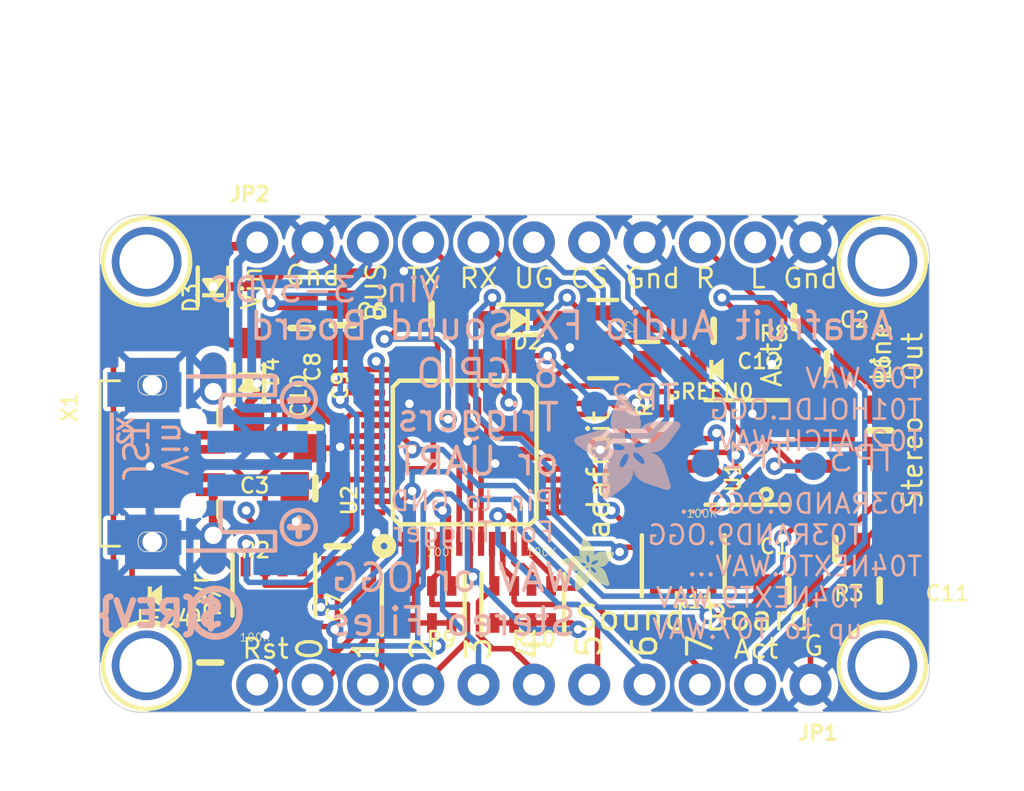
<source format=kicad_pcb>
(kicad_pcb (version 20221018) (generator pcbnew)
  (layers (0 "F.Cu" signal) (31 "B.Cu" signal) (34 "B.Paste" user) (35 "F.Paste" user) (36 "B.SilkS" user "B.Silkscreen") (37 "F.SilkS" user "F.Silkscreen") (38 "B.Mask" user) (39 "F.Mask" user) (44 "Edge.Cuts" user))
  (net 0 "")
  (net 1 "GND")
  (net 2 "D+")
  (net 3 "D-")
  (net 4 "SCK")
  (net 5 "CS")
  (net 6 "VHIGH")
  (net 7 "VIN")
  (net 8 "N$3")
  (net 9 "N$4")
  (net 10 "N$12")
  (net 11 "VDD")
  (net 12 "AVDD")
  (net 13 "LEFT")
  (net 14 "RIGHT")
  (net 15 "N$5")
  (net 16 "GPIO0_11")
  (net 17 "GPIO0_12")
  (net 18 "GPIO0_7")
  (net 19 "GPIO0_6")
  (net 20 "GPIO0_5")
  (net 21 "GPIO0_4")
  (net 22 "GPIO0_3")
  (net 23 "GPIO0_2")
  (net 24 "GPIO0_1")
  (net 25 "GPIO0_0")
  (net 26 "RX")
  (net 27 "TX")
  (net 28 "RX_5V")
  (net 29 "PWRBUTTON")
  (net 30 "RST")
  (net 31 "N$2")
  (net 32 "N$6")
  (net 33 "VBUS")
  (net 34 "L_AC")
  (net 35 "R_AC")
  (net 36 "N$1")
  (net 37 "N$8")
  (net 38 "MISO")
  (net 39 "MOSI")
  (footprint "working:RESPACK_4X0603" (layer "F.Cu") (at 144.3101 111.4806 180)
    (fp_text reference "R9")
    (fp_text value "100K")
  )
  (footprint "working:SOD-323" (layer "F.Cu") (at 148.7551 98.3996 180)
    (fp_text reference "D2")
    (fp_text value "1N4148")
  )
  (footprint "working:FIDUCIAL_1MM" (layer "F.Cu") (at 130.2131 98.5266)
    (fp_text reference "FID2" hide)
    (fp_text value "FIDUCIAL\"\"" hide)
  )
  (footprint "working:MOUNTINGHOLE_2.5_PLATED" (layer "F.Cu") (at 131.6101 95.7326)
    (fp_text reference "U$5" hide)
    (fp_text value "MOUNTINGHOLE2.5" hide)
  )
  (footprint "working:0805-NO" (layer "F.Cu") (at 165.2651 103.4796 90)
    (fp_text reference "R6")
    (fp_text value "470")
  )
  (footprint "working:4UCONN_20329_V2" (layer "F.Cu") (at 133.7691 105.0036 -90)
    (fp_text reference "X1")
    (fp_text value "Micro B")
    (fp_line (start -4.05 2.15) (end -4.05 1.6) (stroke (width 0.05)) (layer "Edge.Cuts"))
    (fp_line (start -3.7 1.25) (end -3.5 1.25) (stroke (width 0.05)) (layer "Edge.Cuts"))
    (fp_line (start -3.5 2.55) (end -3.7 2.55) (stroke (width 0.05)) (layer "Edge.Cuts"))
    (fp_line (start -3.15 1.6) (end -3.15 2.15) (stroke (width 0.05)) (layer "Edge.Cuts"))
    (fp_line (start 3.15 2.2) (end 3.15 1.6) (stroke (width 0.05)) (layer "Edge.Cuts"))
    (fp_line (start 4.05 1.6) (end 4.05 2.2) (stroke (width 0.05)) (layer "Edge.Cuts"))
    (fp_arc (start -4.05 1.6) (mid -3.947487 1.352513) (end -3.7 1.25) (stroke (width 0.05)) (layer "Edge.Cuts"))
    (fp_arc (start -3.7 2.55) (mid -3.957843 2.422487) (end -4.05 2.15) (stroke (width 0.05)) (layer "Edge.Cuts"))
    (fp_arc (start -3.5 1.25) (mid -3.252513 1.352513) (end -3.15 1.6) (stroke (width 0.05)) (layer "Edge.Cuts"))
    (fp_arc (start -3.15 2.15) (mid -3.242157 2.422487) (end -3.5 2.55) (stroke (width 0.05)) (layer "Edge.Cuts"))
    (fp_arc (start 3.15 1.6) (mid 3.302513 1.331802) (end 3.6 1.25) (stroke (width 0.05)) (layer "Edge.Cuts"))
    (fp_arc (start 3.6 1.25) (mid 3.897487 1.331802) (end 4.05 1.6) (stroke (width 0.05)) (layer "Edge.Cuts"))
    (fp_arc (start 3.6 2.55) (mid 3.302513 2.468198) (end 3.15 2.2) (stroke (width 0.05)) (layer "Edge.Cuts"))
    (fp_arc (start 4.05 2.2) (mid 3.897487 2.468198) (end 3.6 2.55) (stroke (width 0.05)) (layer "Edge.Cuts"))
  )
  (footprint "working:RESPACK_4X0603" (layer "F.Cu") (at 137.4521 110.5916)
    (fp_text reference "R2")
    (fp_text value "100K")
  )
  (footprint "working:0805-NO" (layer "F.Cu") (at 163.2331 108.9406 180)
    (fp_text reference "C1")
    (fp_text value "10uF")
  )
  (footprint "working:0805_10MGAP" (layer "F.Cu") (at 144.6911 98.1456 180)
    (fp_text reference "C6")
    (fp_text value "10uF")
  )
  (footprint "working:0805-NO" (layer "F.Cu") (at 165.2651 110.8456)
    (fp_text reference "C11")
    (fp_text value "4.7nF")
  )
  (footprint "working:MOUNTINGHOLE_2.5_PLATED" (layer "F.Cu") (at 165.3921 114.2746)
    (fp_text reference "U$8" hide)
    (fp_text value "MOUNTINGHOLE2.5" hide)
  )
  (footprint "working:MOUNTINGHOLE_2.5_PLATED" (layer "F.Cu") (at 131.6101 114.2746)
    (fp_text reference "U$6" hide)
    (fp_text value "MOUNTINGHOLE2.5" hide)
  )
  (footprint "working:1X11_ROUND_76" (layer "F.Cu") (at 149.3901 115.1636 180)
    (fp_text reference "JP1")
    (fp_text value "")
  )
  (footprint "working:1X11_ROUND_76" (layer "F.Cu") (at 149.3901 94.8436)
    (fp_text reference "JP2")
    (fp_text value "")
  )
  (footprint "working:CHIPLED_0805_NOOUTLINE" (layer "F.Cu") (at 131.9911 111.0996 90)
    (fp_text reference "LED4")
    (fp_text value "Green")
  )
  (footprint "working:0805-NO" (layer "F.Cu") (at 162.8521 100.4316 180)
    (fp_text reference "C12")
    (fp_text value "4.7nF")
  )
  (footprint "working:RESONATOR-SMD" (layer "F.Cu") (at 152.5651 99.2886 -90)
    (fp_text reference "Y2")
    (fp_text value "12MHz")
  )
  (footprint "working:0805-NO" (layer "F.Cu") (at 134.5311 114.1476 90)
    (fp_text reference "R7")
    (fp_text value "470")
  )
  (footprint "working:_0805MP" (layer "F.Cu") (at 154.5971 99.4156 -90)
    (fp_text reference "R1")
    (fp_text value "1M")
  )
  (footprint "working:RESPACK_4X0603" (layer "F.Cu") (at 156.2481 109.7026 180)
    (fp_text reference "R11")
    (fp_text value "100K")
  )
  (footprint "working:0805-NO" (layer "F.Cu") (at 138.7221 98.7806 -90)
    (fp_text reference "C10")
    (fp_text value "1uF")
  )
  (footprint "working:RESPACK_4X0603" (layer "F.Cu") (at 148.8821 111.4806 180)
    (fp_text reference "R10")
    (fp_text value "100K")
  )
  (footprint "working:SOD-123" (layer "F.Cu") (at 136.3091 101.3206 -90)
    (fp_text reference "D4")
    (fp_text value "MBR120")
  )
  (footprint "working:0805-NO" (layer "F.Cu") (at 140.6271 98.6536 -90)
    (fp_text reference "C9")
    (fp_text value "10uF")
  )
  (footprint "working:0805-NO" (layer "F.Cu") (at 157.6451 98.9076)
    (fp_text reference "R8")
    (fp_text value "470")
  )
  (footprint "working:MOUNTINGHOLE_2.5_PLATED" (layer "F.Cu") (at 165.3921 95.7326)
    (fp_text reference "U$7" hide)
    (fp_text value "MOUNTINGHOLE2.5" hide)
  )
  (footprint "working:ADAFRUIT_2.5MM" (layer "F.Cu") (at 153.0731 110.8456 90)
    (fp_text reference "U$11" hide)
    (fp_text value "" hide)
  )
  (footprint "working:0805_10MGAP" (layer "F.Cu") (at 140.3731 108.8136 -90)
    (fp_text reference "C7")
    (fp_text value "10uF")
  )
  (footprint "working:CHIPLED_0805_NOOUTLINE" (layer "F.Cu") (at 157.7721 100.6856 90)
    (fp_text reference "GREEN0")
    (fp_text value "RED")
  )
  (footprint "working:FIDUCIAL_1MM" (layer "F.Cu") (at 166.4081 108.6866)
    (fp_text reference "FID1" hide)
    (fp_text value "FIDUCIAL\"\"" hide)
  )
  (footprint "working:0805-NO" (layer "F.Cu") (at 139.3571 106.1466 180)
    (fp_text reference "C3")
    (fp_text value "1uF")
  )
  (footprint "working:0805-NO" (layer "F.Cu") (at 161.0741 110.8456)
    (fp_text reference "R3")
    (fp_text value "470")
  )
  (footprint "working:0805-NO" (layer "F.Cu") (at 161.3281 98.2726)
    (fp_text reference "C2")
    (fp_text value "10uF")
  )
  (footprint "working:SOD-123" (layer "F.Cu") (at 134.6581 96.8756 90)
    (fp_text reference "D3")
    (fp_text value "MBR120")
  )
  (footprint "working:0805-NO" (layer "F.Cu") (at 139.1031 103.3526 90)
    (fp_text reference "C8")
    (fp_text value "10uF")
  )
  (footprint "working:LQFP48" (layer "F.Cu") (at 146.2151 104.4956 90)
    (fp_text reference "U2")
    (fp_text value "VS1000")
  )
  (footprint "working:SOIC8_208MIL" (layer "F.Cu") (at 159.1691 104.4956 90)
    (fp_text reference "U1")
    (fp_text value " MX25L1606")
  )
  (footprint "working:PCBFEAT-REV-056" (layer "B.Cu") (at 134.7851 111.8616 180)
    (fp_text reference "U$15" hide)
    (fp_text value "" hide)
  )
  (footprint "working:B1,27" (layer "B.Cu") (at 152.1841 102.3366 180)
    (fp_text reference "TP2")
    (fp_text value "TPB1,27")
  )
  (footprint "working:JSTPH2" (layer "B.Cu") (at 133.0071 105.0036 -90)
    (fp_text reference "X2")
    (fp_text value "JST_PH_2")
  )
  (footprint "working:ADAFRUIT_5MM" (layer "B.Cu") (at 156.1211 106.6546 180)
    (fp_text reference "U$14" hide)
    (fp_text value "" hide)
  )
  (footprint "working:B1,27" (layer "B.Cu") (at 162.2171 105.1306 180)
    (fp_text reference "TP3")
    (fp_text value "TPB1,27")
  )
  (footprint "working:B1,27" (layer "B.Cu") (at 157.2641 105.0036 180)
    (fp_text reference "TP1")
    (fp_text value "TPB1,27")
  )
  (footprint "working:SYMBOL_MINUS" (layer "B.Cu") (at 138.5951 102.0826 180)
    (fp_text reference "U$13" hide)
    (fp_text value "" hide)
  )
  (footprint "working:SYMBOL_PLUS" (layer "B.Cu") (at 138.5951 107.9246 180)
    (fp_text reference "U$12" hide)
    (fp_text value "" hide)
  )
  (gr_line (start 165.6461 93.5736) (end 131.3561 93.5736) (stroke (width 0.05)) (layer "Edge.Cuts"))
  (gr_line (start 129.4511 95.4786) (end 129.4511 114.5286) (stroke (width 0.05)) (layer "Edge.Cuts"))
  (gr_line (start 167.5511 114.5286) (end 167.5511 95.4786) (stroke (width 0.05)) (layer "Edge.Cuts"))
  (gr_arc (start 165.6461 93.5736) (mid 166.993138 94.131562) (end 167.5511 95.4786) (stroke (width 0.05)) (layer "Edge.Cuts"))
  (gr_line (start 131.3561 116.4336) (end 165.6461 116.4336) (stroke (width 0.05)) (layer "Edge.Cuts"))
  (gr_arc (start 167.5511 114.5286) (mid 166.993138 115.875638) (end 165.6461 116.4336) (stroke (width 0.05)) (layer "Edge.Cuts"))
  (gr_arc (start 129.4511 95.4786) (mid 130.009062 94.131562) (end 131.3561 93.5736) (stroke (width 0.05)) (layer "Edge.Cuts"))
  (gr_arc (start 131.3561 116.4336) (mid 130.009062 115.875638) (end 129.4511 114.5286) (stroke (width 0.05)) (layer "Edge.Cuts"))
  (gr_text "Adafruit Audio FX Sound Board" (at 166.0271 99.4156) (layer "B.SilkS") (effects (font (size 1.251712 1.251712) (thickness 0.170688)) (justify left bottom mirror)))
  (gr_text "T00.WAV\nT01HOLDL.OGG\nT02LATCH.WAV\n\nT03RAND0.OGG...\n    T03RAND9.OGG\nT04NEXT0.WAV...\n    T04NEXT9.WAV\n    up to T07.WAV" (at 167.2971 113.1316) (layer "B.SilkS") (effects (font (size 0.89408 0.89408) (thickness 0.12192)) (justify left bottom mirror)))
  (gr_text "8 GPIO\nTriggers\nor UART" (at 150.6601 105.6386) (layer "B.SilkS") (effects (font (size 1.251712 1.251712) (thickness 0.170688)) (justify left bottom mirror)))
  (gr_text "Vin: 3-5VDC" (at 134.4041 96.3676) (layer "B.SilkS") (effects (font (size 1.1176 1.1176) (thickness 0.1524)) (justify right top mirror)))
  (gr_text "Vin\nJST" (at 133.5151 102.9716 -90) (layer "B.SilkS") (effects (font (size 1.1176 1.1176) (thickness 0.1524)) (justify right top mirror)))
  (gr_text "Pin to GND\nFor Trigger" (at 150.4061 108.6866) (layer "B.SilkS") (effects (font (size 0.89408 0.89408) (thickness 0.12192)) (justify left bottom mirror)))
  (gr_text "WAV or OGG\nStereo Files" (at 151.4221 113.0046) (layer "B.SilkS") (effects (font (size 1.251712 1.251712) (thickness 0.170688)) (justify left bottom mirror)))
  (gr_text "TX" (at 144.3101 96.4946) (layer "F.SilkS") (effects (font (size 0.89408 0.89408) (thickness 0.12192))))
  (gr_text "Stereo" (at 167.2971 107.1626 90) (layer "F.SilkS") (effects (font (size 0.89408 0.89408) (thickness 0.12192)) (justify left bottom)))
  (gr_text "2" (at 144.3101 113.5126 90) (layer "F.SilkS") (effects (font (size 1.1176 1.1176) (thickness 0.1524))))
  (gr_text "Pwr" (at 134.0231 112.4966 90) (layer "F.SilkS") (effects (font (size 0.89408 0.89408) (thickness 0.12192)) (justify left)))
  (gr_text "0" (at 139.1031 112.8776 90) (layer "F.SilkS") (effects (font (size 1.1176 1.1176) (thickness 0.1524)) (justify right)))
  (gr_text "Act" (at 160.3121 101.5746 90) (layer "F.SilkS") (effects (font (size 0.89408 0.89408) (thickness 0.12192)) (justify left)))
  (gr_text "CS" (at 151.9301 96.4946) (layer "F.SilkS") (effects (font (size 0.89408 0.89408) (thickness 0.12192))))
  (gr_text "1" (at 141.0081 112.8776 90) (layer "F.SilkS") (effects (font (size 1.1176 1.1176) (thickness 0.1524)) (justify right top)))
  (gr_text "Rst" (at 138.2141 113.5126) (layer "F.SilkS") (effects (font (size 0.89408 0.89408) (thickness 0.12192)) (justify right)))
  (gr_text "Vin" (at 136.4361 95.8596 90) (layer "F.SilkS") (effects (font (size 0.89408 0.89408) (thickness 0.12192)) (justify right)))
  (gr_text "adafruit" (at 152.9461 108.5596 90) (layer "F.SilkS") (effects (font (size 1.00584 1.00584) (thickness 0.13716)) (justify left bottom)))
  (gr_text "R" (at 157.2641 96.4946) (layer "F.SilkS") (effects (font (size 0.89408 0.89408) (thickness 0.12192))))
  (gr_text "Sound Board" (at 151.1681 112.7506) (layer "F.SilkS") (effects (font (size 1.1176 1.1176) (thickness 0.1524)) (justify left bottom)))
  (gr_text "7" (at 157.0101 114.0206 90) (layer "F.SilkS") (effects (font (size 1.1176 1.1176) (thickness 0.1524)) (justify left)))
  (gr_text "Gnd" (at 139.2301 96.3676) (layer "F.SilkS") (effects (font (size 0.89408 0.89408) (thickness 0.12192))))
  (gr_text "4" (at 149.2631 113.5126 90) (layer "F.SilkS") (effects (font (size 1.1176 1.1176) (thickness 0.1524))))
  (gr_text "5" (at 151.9301 114.0206 90) (layer "F.SilkS") (effects (font (size 1.1176 1.1176) (thickness 0.1524)) (justify left)))
  (gr_text "Act" (at 160.6931 113.5126) (layer "F.SilkS") (effects (font (size 0.89408 0.89408) (thickness 0.12192)) (justify right)))
  (gr_text "Line\nOut" (at 167.2971 101.3206 90) (layer "F.SilkS") (effects (font (size 0.89408 0.89408) (thickness 0.12192)) (justify left bottom)))
  (gr_text "3" (at 146.8501 113.5126 90) (layer "F.SilkS") (effects (font (size 1.1176 1.1176) (thickness 0.1524))))
  (gr_text "6" (at 154.4701 114.0206 90) (layer "F.SilkS") (effects (font (size 1.1176 1.1176) (thickness 0.1524)) (justify left)))
  (gr_text "UG" (at 149.3901 96.4946) (layer "F.SilkS") (effects (font (size 0.89408 0.89408) (thickness 0.12192))))
  (gr_text "G" (at 161.7091 113.3856) (layer "F.SilkS") (effects (font (size 0.89408 0.89408) (thickness 0.12192)) (justify left)))
  (gr_text "RX" (at 146.8501 96.4946) (layer "F.SilkS") (effects (font (size 0.89408 0.89408) (thickness 0.12192))))
  (gr_text "BUS" (at 142.1511 97.1296 90) (layer "F.SilkS") (effects (font (size 0.89408 0.89408) (thickness 0.12192))))
  (gr_text "Gnd" (at 162.0901 96.4946) (layer "F.SilkS") (effects (font (size 0.89408 0.89408) (thickness 0.12192))))
  (gr_text "Gnd" (at 154.8511 96.4946) (layer "F.SilkS") (effects (font (size 0.89408 0.89408) (thickness 0.12192))))
  (gr_text "L" (at 159.6771 96.4946) (layer "F.SilkS") (effects (font (size 0.89408 0.89408) (thickness 0.12192))))
  (segment (start 139.2301 94.8436) (end 140.6271 96.2406) (width 0.4064) (layer "F.Cu") (net 1))
  (segment (start 145.9611 104.3686) (end 145.9611 108.6916) (width 0.254) (layer "F.Cu") (net 1))
  (segment (start 140.4391 104.3026) (end 139.1031 104.3026) (width 0.254) (layer "F.Cu") (net 1))
  (segment (start 152.6921 99.4156) (end 155.6131 99.4156) (width 0.254) (layer "F.Cu") (net 1))
  (segment (start 143.6603 102.2456) (end 143.6751 102.2604) (width 0.254) (layer "F.Cu") (net 1))
  (segment (start 138.4681 106.2076) (end 138.4681 107.6706) (width 0.4064) (layer "F.Cu") (net 1))
  (segment (start 131.8691 108.6036) (end 130.9411 109.5316) (width 0.254) (layer "F.Cu") (net 1))
  (segment (start 140.5001 104.2416) (end 140.4391 104.3026) (width 0.254) (layer "F.Cu") (net 1))
  (segment (start 145.9651 100.2956) (end 145.9651 101.9516) (width 0.254) (layer "F.Cu") (net 1))
  (segment (start 138.4071 106.1466) (end 138.4681 106.2076) (width 0.4064) (layer "F.Cu") (net 1))
  (segment (start 146.3421 103.9876) (end 145.9611 104.3686) (width 0.254) (layer "F.Cu") (net 1))
  (segment (start 161.9021 100.4316) (end 160.3121 100.4316) (width 0.254) (layer "F.Cu") (net 1))
  (segment (start 162.4841 102.5906) (end 159.6771 102.5906) (width 0.4064) (layer "F.Cu") (net 1))
  (segment (start 139.2301 94.8436) (end 137.5791 96.4946) (width 0.4064) (layer "F.Cu") (net 1))
  (segment (start 136.1521 111.4416) (end 136.1521 111.9586) (width 0.254) (layer "F.Cu") (net 1))
  (segment (start 146.9651 105.6506) (end 147.6121 105.0036) (width 0.254) (layer "F.Cu") (net 1))
  (segment (start 140.8851 104.2456) (end 140.8811 104.2416) (width 0.254) (layer "F.Cu") (net 1))
  (segment (start 165.2651 112.1156) (end 163.3601 112.1156) (width 0.254) (layer "F.Cu") (net 1))
  (segment (start 152.5651 99.2886) (end 152.6921 99.4156) (width 0.254) (layer "F.Cu") (net 1))
  (segment (start 166.2151 110.8456) (end 166.2151 111.1656) (width 0.254) (layer "F.Cu") (net 1))
  (segment (start 150.4151 104.7456) (end 149.2591 104.7456) (width 0.254) (layer "F.Cu") (net 1))
  (segment (start 151.1681 99.6696) (end 151.0411 99.6696) (width 0.254) (layer "F.Cu") (net 1))
  (segment (start 159.6771 102.5906) (end 159.5501 102.5906) (width 0.254) (layer "F.Cu") (net 1))
  (segment (start 145.8341 97.5106) (end 145.7411 97.6036) (width 0.254) (layer "F.Cu") (net 1))
  (segment (start 140.6271 96.2406) (end 144.5641 96.2406) (width 0.4064) (layer "F.Cu") (net 1))
  (segment (start 134.6691 106.4286) (end 134.6691 108.3036) (width 0.4064) (layer "F.Cu") (net 1))
  (segment (start 140.8811 104.2416) (end 140.8811 103.7456) (width 0.254) (layer "F.Cu") (net 1))
  (segment (start 131.7691 105.136847) (end 131.7691 105.7536) (width 0.4064) (layer "F.Cu") (net 1))
  (segment (start 140.6271 96.2406) (end 140.6271 97.7036) (width 0.4064) (layer "F.Cu") (net 1))
  (segment (start 130.9411 109.5316) (end 130.9411 111.0996) (width 0.254) (layer "F.Cu") (net 1))
  (segment (start 146.3421 102.3286) (end 146.3421 103.9876) (width 0.254) (layer "F.Cu") (net 1))
  (segment (start 131.7691 104.2536) (end 131.7691 105.136847) (width 0.4064) (layer "F.Cu") (net 1))
  (segment (start 162.0901 113.3856) (end 162.0901 115.1636) (width 0.254) (layer "F.Cu") (net 1))
  (segment (start 148.8821 104.3686) (end 148.2471 104.3686) (width 0.254) (layer "F.Cu") (net 1))
  (segment (start 136.1521 111.9586) (end 137.0711 112.8776) (width 0.254) (layer "F.Cu") (net 1))
  (segment (start 159.5501 102.5906) (end 159.4231 102.7176) (width 0.4064) (layer "F.Cu") (net 1))
  (segment (start 145.9651 100.2956) (end 145.9651 98.2426) (width 0.254) (layer "F.Cu") (net 1))
  (segment (start 144.5641 96.2406) (end 145.8341 97.5106) (width 0.4064) (layer "F.Cu") (net 1))
  (segment (start 155.6131 95.9866) (end 154.4701 94.8436) (width 0.254) (layer "F.Cu") (net 1))
  (segment (start 152.5651 99.2886) (end 151.5491 99.2886) (width 0.254) (layer "F.Cu") (net 1))
  (segment (start 140.3731 107.7636) (end 140.2801 107.6706) (width 0.4064) (layer "F.Cu") (net 1))
  (segment (start 166.2151 111.1656) (end 165.2651 112.1156) (width 0.254) (layer "F.Cu") (net 1))
  (segment (start 163.3601 112.1156) (end 162.0901 113.3856) (width 0.254) (layer "F.Cu") (net 1))
  (segment (start 145.9651 101.9516) (end 146.3421 102.3286) (width 0.254) (layer "F.Cu") (net 1))
  (segment (start 142.0151 107.2456) (end 142.0151 108.0426) (width 0.254) (layer "F.Cu") (net 1))
  (segment (start 142.0151 108.0426) (end 142.1511 108.1786) (width 0.254) (layer "F.Cu") (net 1))
  (segment (start 136.5631 96.4946) (end 136.1821 96.8756) (width 0.4064) (layer "F.Cu") (net 1))
  (segment (start 142.0151 102.2456) (end 143.6603 102.2456) (width 0.254) (layer "F.Cu") (net 1))
  (segment (start 155.6131 99.4156) (end 155.6131 95.9866) (width 0.254) (layer "F.Cu") (net 1))
  (segment (start 134.5441 106.3036) (end 134.6691 106.4286) (width 0.4064) (layer "F.Cu") (net 1))
  (segment (start 142.0151 104.2456) (end 140.8851 104.2456) (width 0.254) (layer "F.Cu") (net 1))
  (segment (start 140.5001 104.2416) (end 140.8811 104.2416) (width 0.254) (layer "F.Cu") (net 1))
  (segment (start 148.2471 104.3686) (end 147.6121 105.0036) (width 0.254) (layer "F.Cu") (net 1))
  (segment (start 145.9611 108.6916) (end 145.9651 108.6956) (width 0.254) (layer "F.Cu") (net 1))
  (segment (start 136.1821 96.8756) (end 134.6581 96.8756) (width 0.4064) (layer "F.Cu") (net 1))
  (segment (start 146.9651 108.6956) (end 146.9651 105.6506) (width 0.254) (layer "F.Cu") (net 1))
  (segment (start 137.5791 96.4946) (end 136.5631 96.4946) (width 0.4064) (layer "F.Cu") (net 1))
  (segment (start 142.0151 103.7456) (end 140.8811 103.7456) (width 0.254) (layer "F.Cu") (net 1))
  (segment (start 140.2801 107.6706) (end 138.4681 107.6706) (width 0.4064) (layer "F.Cu") (net 1))
  (segment (start 151.1681 99.6696) (end 151.5491 99.2886) (width 0.254) (layer "F.Cu") (net 1))
  (segment (start 149.2591 104.7456) (end 148.8821 104.3686) (width 0.254) (layer "F.Cu") (net 1))
  (segment (start 145.7411 97.6036) (end 145.7411 98.1456) (width 0.254) (layer "F.Cu") (net 1))
  (via (at 159.4231 102.7176) (size 0.8001) (drill 0.3937) (layers "F.Cu" "B.Cu") (net 1))
  (via (at 142.1511 108.1786) (size 0.8001) (drill 0.3937) (layers "F.Cu" "B.Cu") (net 1))
  (via (at 131.7691 105.136847) (size 0.8001) (drill 0.3937) (layers "F.Cu" "B.Cu") (net 1))
  (via (at 140.5001 104.2416) (size 0.8001) (drill 0.3937) (layers "F.Cu" "B.Cu") (net 1))
  (via (at 146.3421 103.9876) (size 0.8001) (drill 0.3937) (layers "F.Cu" "B.Cu") (net 1))
  (via (at 143.6751 102.2604) (size 0.8001) (drill 0.3937) (layers "F.Cu" "B.Cu") (net 1))
  (via (at 138.4681 107.6706) (size 0.8001) (drill 0.3937) (layers "F.Cu" "B.Cu") (net 1))
  (via (at 147.6121 105.0036) (size 0.8001) (drill 0.3937) (layers "F.Cu" "B.Cu") (net 1))
  (via (at 151.0411 99.6696) (size 0.8001) (drill 0.3937) (layers "F.Cu" "B.Cu") (net 1))
  (via (at 137.0711 112.8776) (size 0.8001) (drill 0.3937) (layers "F.Cu" "B.Cu") (net 1))
  (via (at 143.4211 96.1644) (size 0.8001) (drill 0.3937) (layers "F.Cu" "B.Cu") (net 1))
  (via (at 160.3121 100.4316) (size 0.8001) (drill 0.3937) (layers "F.Cu" "B.Cu") (net 1))
  (via (at 134.6581 96.8756) (size 0.8064) (drill 0.4) (layers "F.Cu" "B.Cu") (net 1))
  (segment (start 132.3701 108.3036) (end 131.7691 107.7026) (width 0.4064) (layer "B.Cu") (net 1))
  (segment (start 131.7691 105.136847) (end 131.489346 105.136847) (width 0.4064) (layer "B.Cu") (net 1))
  (segment (start 134.6691 108.3036) (end 132.3701 108.3036) (width 0.4064) (layer "B.Cu") (net 1))
  (segment (start 143.8021 102.5906) (end 143.5481 102.5906) (width 0.254) (layer "B.Cu") (net 1))
  (segment (start 160.3121 100.4316) (end 160.0581 100.1776) (width 0.254) (layer "B.Cu") (net 1))
  (segment (start 131.489346 105.136847) (end 131.3561 105.0036) (width 0.4064) (layer "B.Cu") (net 1))
  (segment (start 159.4231 102.7176) (end 159.4231 103.0986) (width 0.254) (layer "B.Cu") (net 1))
  (segment (start 134.5311 97.0026) (end 134.5311 96.7486) (width 0.4064) (layer "B.Cu") (net 1))
  (segment (start 134.6581 96.8756) (end 134.5311 97.0026) (width 0.4064) (layer "B.Cu") (net 1))
  (segment (start 131.7691 107.7026) (end 131.7691 105.136847) (width 0.4064) (layer "B.Cu") (net 1))
  (segment (start 137.9601 104.4956) (end 136.8171 105.6386) (width 0.254) (layer "F.Cu") (net 2))
  (segment (start 136.8171 105.6386) (end 137.0521 105.8736) (width 0.254) (layer "F.Cu") (net 2))
  (segment (start 137.8521 108.1976) (end 137.8521 109.7416) (width 0.254) (layer "F.Cu") (net 2))
  (segment (start 137.9601 101.5746) (end 137.9601 104.4956) (width 0.254) (layer "F.Cu") (net 2))
  (segment (start 140.5001 101.3206) (end 140.6271 101.1936) (width 0.254) (layer "F.Cu") (net 2))
  (segment (start 136.0551 105.6386) (end 135.4201 105.0036) (width 0.254) (layer "F.Cu") (net 2))
  (segment (start 137.0521 105.8736) (end 137.0521 107.3976) (width 0.254) (layer "F.Cu") (net 2))
  (segment (start 138.2141 101.3206) (end 140.5001 101.3206) (width 0.254) (layer "F.Cu") (net 2))
  (segment (start 143.8021 101.4476) (end 143.9651 101.2846) (width 0.254) (layer "F.Cu") (net 2))
  (segment (start 135.4201 105.0036) (end 134.5441 105.0036) (width 0.254) (layer "F.Cu") (net 2))
  (segment (start 140.6271 101.1936) (end 142.9131 101.1936) (width 0.254) (layer "F.Cu") (net 2))
  (segment (start 143.9651 100.2956) (end 143.9651 101.2846) (width 0.254) (layer "F.Cu") (net 2))
  (segment (start 136.8171 105.6386) (end 136.0551 105.6386) (width 0.254) (layer "F.Cu") (net 2))
  (segment (start 143.1671 101.4476) (end 143.8021 101.4476) (width 0.254) (layer "F.Cu") (net 2))
  (segment (start 137.0521 107.3976) (end 137.8521 108.1976) (width 0.254) (layer "F.Cu") (net 2))
  (segment (start 142.9131 101.1936) (end 143.1671 101.4476) (width 0.254) (layer "F.Cu") (net 2))
  (segment (start 137.9601 101.5746) (end 138.2141 101.3206) (width 0.254) (layer "F.Cu") (net 2))
  (segment (start 137.9601 100.8126) (end 140.2721 100.8126) (width 0.254) (layer "F.Cu") (net 3))
  (segment (start 136.1821 107.1626) (end 136.1821 107.4166) (width 0.254) (layer "F.Cu") (net 3))
  (segment (start 137.4521 103.9876) (end 137.0861 104.3536) (width 0.254) (layer "F.Cu") (net 3))
  (segment (start 139.2301 110.5916) (end 139.6111 110.9726) (width 0.254) (layer "F.Cu") (net 3))
  (segment (start 137.0711 108.3056) (end 137.0711 109.7226) (width 0.254) (layer "F.Cu") (net 3))
  (segment (start 137.4521 101.3206) (end 137.9601 100.8126) (width 0.254) (layer "F.Cu") (net 3))
  (segment (start 137.0711 109.7226) (end 137.0521 109.7416) (width 0.254) (layer "F.Cu") (net 3))
  (segment (start 143.3031 100.2956) (end 142.9131 100.6856) (width 0.254) (layer "F.Cu") (net 3))
  (segment (start 139.6111 110.9726) (end 139.6111 111.6076) (width 0.254) (layer "F.Cu") (net 3))
  (segment (start 136.1821 107.4166) (end 137.0711 108.3056) (width 0.254) (layer "F.Cu") (net 3))
  (segment (start 140.2721 100.8126) (end 140.3991 100.6856) (width 0.254) (layer "F.Cu") (net 3))
  (segment (start 142.1511 100.6856) (end 142.2781 100.6856) (width 0.254) (layer "F.Cu") (net 3))
  (segment (start 142.2781 100.6856) (end 142.9131 100.6856) (width 0.254) (layer "F.Cu") (net 3))
  (segment (start 137.0521 109.7416) (end 137.0521 110.5916) (width 0.254) (layer "F.Cu") (net 3))
  (segment (start 142.1511 100.3046) (end 142.1511 100.6856) (width 0.254) (layer "F.Cu") (net 3))
  (segment (start 143.4651 100.2956) (end 143.3031 100.2956) (width 0.254) (layer "F.Cu") (net 3))
  (segment (start 137.4521 103.9876) (end 137.4521 101.3206) (width 0.254) (layer "F.Cu") (net 3))
  (segment (start 137.0521 110.5916) (end 139.2301 110.5916) (width 0.254) (layer "F.Cu") (net 3))
  (segment (start 140.3991 100.6856) (end 142.1511 100.6856) (width 0.254) (layer "F.Cu") (net 3))
  (segment (start 134.5441 104.3536) (end 137.0861 104.3536) (width 0.254) (layer "F.Cu") (net 3))
  (via (at 139.6111 111.6076) (size 0.8064) (drill 0.4) (layers "F.Cu" "B.Cu") (net 3))
  (via (at 136.1821 107.1626) (size 0.8001) (drill 0.3937) (layers "F.Cu" "B.Cu") (net 3))
  (via (at 142.1511 100.3046) (size 0.8064) (drill 0.4) (layers "F.Cu" "B.Cu") (net 3))
  (segment (start 139.6111 111.6076) (end 140.5001 111.6076) (width 0.254) (layer "B.Cu") (net 3))
  (segment (start 140.5001 111.6076) (end 143.0401 109.0676) (width 0.254) (layer "B.Cu") (net 3))
  (segment (start 142.4051 100.5586) (end 142.1511 100.3046) (width 0.254) (layer "B.Cu") (net 3))
  (segment (start 143.0401 109.0676) (end 143.0401 107.5436) (width 0.254) (layer "B.Cu") (net 3))
  (segment (start 143.0401 107.5436) (end 142.4051 106.9086) (width 0.254) (layer "B.Cu") (net 3))
  (segment (start 142.4051 106.9086) (end 142.4051 100.5586) (width 0.254) (layer "B.Cu") (net 3))
  (segment (start 150.4151 102.2456) (end 152.9821 102.2456) (width 0.254) (layer "F.Cu") (net 4))
  (segment (start 157.7721 103.6066) (end 157.5181 103.8606) (width 0.254) (layer "F.Cu") (net 4))
  (segment (start 157.5181 103.8606) (end 155.8541 103.8606) (width 0.254) (layer "F.Cu") (net 4))
  (segment (start 154.4701 103.2256) (end 155.1051 103.8606) (width 0.254) (layer "F.Cu") (net 4))
  (segment (start 152.9821 102.2456) (end 153.9621 103.2256) (width 0.254) (layer "F.Cu") (net 4))
  (segment (start 153.9621 103.2256) (end 154.4701 103.2256) (width 0.254) (layer "F.Cu") (net 4))
  (segment (start 155.1051 103.8606) (end 155.8541 103.8606) (width 0.254) (layer "F.Cu") (net 4))
  (via (at 157.7721 103.6066) (size 0.8001) (drill 0.3937) (layers "F.Cu" "B.Cu") (net 4))
  (segment (start 157.2641 105.0036) (end 157.7721 104.4956) (width 0.254) (layer "B.Cu") (net 4))
  (segment (start 157.7721 104.4956) (end 157.7721 103.6066) (width 0.254) (layer "B.Cu") (net 4))
  (segment (start 153.7081 103.7336) (end 153.8351 103.7336) (width 0.254) (layer "F.Cu") (net 5))
  (segment (start 158.1141 108.8526) (end 159.9311 107.0356) (width 0.254) (layer "F.Cu") (net 5))
  (segment (start 159.9311 106.1466) (end 159.8041 106.0196) (width 0.254) (layer "F.Cu") (net 5))
  (segment (start 157.5481 108.8526) (end 158.1141 108.8526) (width 0.254) (layer "F.Cu") (net 5))
  (segment (start 158.6611 105.1306) (end 158.6611 104.6226) (width 0.254) (layer "F.Cu") (net 5))
  (segment (start 150.4151 102.7456) (end 152.7201 102.7456) (width 0.254) (layer "F.Cu") (net 5))
  (segment (start 159.5501 106.0196) (end 158.6611 105.1306) (width 0.254) (layer "F.Cu") (net 5))
  (segment (start 158.6611 104.6226) (end 158.6611 104.4956) (width 0.254) (layer "F.Cu") (net 5))
  (segment (start 161.4551 106.4006) (end 162.4841 106.4006) (width 0.254) (layer "F.Cu") (net 5))
  (segment (start 161.4551 106.4006) (end 161.0741 106.0196) (width 0.254) (layer "F.Cu") (net 5))
  (segment (start 162.6111 106.4006) (end 162.4841 106.4006) (width 0.254) (layer "F.Cu") (net 5))
  (segment (start 154.5971 104.4956) (end 158.6611 104.4956) (width 0.254) (layer "F.Cu") (net 5))
  (segment (start 153.8351 103.7336) (end 154.5971 104.4956) (width 0.254) (layer "F.Cu") (net 5))
  (segment (start 161.0741 106.0196) (end 159.8041 106.0196) (width 0.254) (layer "F.Cu") (net 5))
  (segment (start 159.8041 106.0196) (end 159.5501 106.0196) (width 0.254) (layer "F.Cu") (net 5))
  (segment (start 159.9311 107.0356) (end 159.9311 106.1466) (width 0.254) (layer "F.Cu") (net 5))
  (segment (start 152.7201 102.7456) (end 153.7081 103.7336) (width 0.254) (layer "F.Cu") (net 5))
  (via (at 158.6611 104.6226) (size 0.8001) (drill 0.3937) (layers "F.Cu" "B.Cu") (net 5))
  (segment (start 153.7081 97.3836) (end 153.7081 96.4946) (width 0.254) (layer "B.Cu") (net 5))
  (segment (start 158.5341 104.4956) (end 158.6611 104.6226) (width 0.254) (layer "B.Cu") (net 5))
  (segment (start 158.5341 102.2096) (end 153.7081 97.3836) (width 0.254) (layer "B.Cu") (net 5))
  (segment (start 152.0571 94.8436) (end 151.9301 94.8436) (width 0.254) (layer "B.Cu") (net 5))
  (segment (start 153.7081 96.4946) (end 152.0571 94.8436) (width 0.254) (layer "B.Cu") (net 5))
  (segment (start 158.5341 104.4956) (end 158.5341 102.2096) (width 0.254) (layer "B.Cu") (net 5))
  (segment (start 130.0861 112.1156) (end 133.4491 112.1156) (width 0.254) (layer "F.Cu") (net 6))
  (segment (start 142.6591 97.0026) (end 142.2781 97.3836) (width 0.254) (layer "F.Cu") (net 6))
  (segment (start 133.8411 99.5426) (end 130.7211 99.5426) (width 0.254) (layer "F.Cu") (net 6))
  (segment (start 130.0861 109.7026) (end 129.9591 109.8296) (width 0.254) (layer "F.Cu") (net 6))
  (segment (start 140.8811 99.5426) (end 140.8811 99.6036) (width 0.254) (layer "F.Cu") (net 6))
  (segment (start 140.8811 99.5426) (end 140.8201 99.6036) (width 0.4064) (layer "F.Cu") (net 6))
  (segment (start 129.9591 111.9886) (end 130.0861 112.1156) (width 0.254) (layer "F.Cu") (net 6))
  (segment (start 140.5001 99.7306) (end 140.6271 99.6036) (width 0.4064) (layer "F.Cu") (net 6))
  (segment (start 140.6881 99.5426) (end 140.6271 99.6036) (width 0.254) (layer "F.Cu") (net 6))
  (segment (start 136.3091 99.4706) (end 136.5691 99.7306) (width 0.4064) (layer "F.Cu") (net 6))
  (segment (start 140.8201 99.6036) (end 140.6271 99.6036) (width 0.4064) (layer "F.Cu") (net 6))
  (segment (start 133.4491 112.1156) (end 134.5311 113.1976) (width 0.254) (layer "F.Cu") (net 6))
  (segment (start 144.6911 97.2566) (end 144.4371 97.0026) (width 0.254) (layer "F.Cu") (net 6))
  (segment (start 142.2781 97.3836) (end 142.2781 98.2726) (width 0.254) (layer "F.Cu") (net 6))
  (segment (start 136.5691 99.7306) (end 138.7221 99.7306) (width 0.4064) (layer "F.Cu") (net 6))
  (segment (start 130.7211 99.5426) (end 130.0861 100.1776) (width 0.254) (layer "F.Cu") (net 6))
  (segment (start 144.4371 97.0026) (end 142.6591 97.0026) (width 0.254) (layer "F.Cu") (net 6))
  (segment (start 144.9651 100.2956) (end 144.9651 99.4356) (width 0.254) (layer "F.Cu") (net 6))
  (segment (start 144.9651 99.4356) (end 144.6911 99.1616) (width 0.254) (layer "F.Cu") (net 6))
  (segment (start 129.9591 109.8296) (end 129.9591 111.9886) (width 0.254) (layer "F.Cu") (net 6))
  (segment (start 134.6581 98.7256) (end 135.4031 99.4706) (width 0.4064) (layer "F.Cu") (net 6))
  (segment (start 140.9471 99.6036) (end 140.6271 99.6036) (width 0.4064) (layer "F.Cu") (net 6))
  (segment (start 142.2781 98.2726) (end 140.9471 99.6036) (width 0.4064) (layer "F.Cu") (net 6))
  (segment (start 134.6581 98.7256) (end 133.8411 99.5426) (width 0.254) (layer "F.Cu") (net 6))
  (segment (start 130.0861 100.1776) (end 130.0861 109.7026) (width 0.254) (layer "F.Cu") (net 6))
  (segment (start 135.4031 99.4706) (end 136.3091 99.4706) (width 0.4064) (layer "F.Cu") (net 6))
  (segment (start 138.7221 99.7306) (end 140.5001 99.7306) (width 0.4064) (layer "F.Cu") (net 6))
  (segment (start 144.6911 99.1616) (end 144.6911 97.2566) (width 0.254) (layer "F.Cu") (net 6))
  (segment (start 136.5081 95.0256) (end 134.6581 95.0256) (width 0.4064) (layer "F.Cu") (net 7))
  (segment (start 136.5081 95.0256) (end 136.6901 94.8436) (width 0.4064) (layer "F.Cu") (net 7))
  (segment (start 136.0551 102.4636) (end 135.8011 102.2096) (width 0.4064) (layer "B.Cu") (net 7))
  (segment (start 135.8011 95.7326) (end 136.6901 94.8436) (width 0.4064) (layer "B.Cu") (net 7))
  (segment (start 135.8011 102.2096) (end 135.8011 95.7326) (width 0.4064) (layer "B.Cu") (net 7))
  (segment (start 139.1191 106.0036) (end 139.6111 105.5116) (width 0.4064) (layer "B.Cu") (net 7))
  (segment (start 139.6111 103.0986) (end 138.9761 102.4636) (width 0.4064) (layer "B.Cu") (net 7))
  (segment (start 136.7071 106.0036) (end 139.1191 106.0036) (width 0.4064) (layer "B.Cu") (net 7))
  (segment (start 138.9761 102.4636) (end 136.0551 102.4636) (width 0.4064) (layer "B.Cu") (net 7))
  (segment (start 139.6111 105.5116) (end 139.6111 103.0986) (width 0.4064) (layer "B.Cu") (net 7))
  (segment (start 142.0151 105.7456) (end 140.7081 105.7456) (width 0.254) (layer "F.Cu") (net 8))
  (segment (start 140.7081 105.7456) (end 140.3071 106.1466) (width 0.254) (layer "F.Cu") (net 8))
  (segment (start 149.8981 100.9396) (end 150.4671 100.9396) (width 0.254) (layer "F.Cu") (net 9))
  (segment (start 150.4671 100.9396) (end 150.9181 100.4886) (width 0.254) (layer "F.Cu") (net 9))
  (segment (start 152.6221 100.4316) (end 154.5971 100.4316) (width 0.254) (layer "F.Cu") (net 9))
  (segment (start 147.3581 101.8286) (end 146.9771 101.4476) (width 0.254) (layer "F.Cu") (net 9))
  (segment (start 147.3581 101.8286) (end 147.3581 102.5906) (width 0.254) (layer "F.Cu") (net 9))
  (segment (start 150.9181 100.4886) (end 152.5651 100.4886) (width 0.254) (layer "F.Cu") (net 9))
  (segment (start 147.8661 103.0986) (end 148.7551 103.0986) (width 0.254) (layer "F.Cu") (net 9))
  (segment (start 149.1361 102.7176) (end 149.1361 101.7016) (width 0.254) (layer "F.Cu") (net 9))
  (segment (start 146.9771 101.4476) (end 146.9771 100.3076) (width 0.254) (layer "F.Cu") (net 9))
  (segment (start 152.5651 100.4886) (end 152.6221 100.4316) (width 0.254) (layer "F.Cu") (net 9))
  (segment (start 146.9771 100.3076) (end 146.9651 100.2956) (width 0.254) (layer "F.Cu") (net 9))
  (segment (start 147.3581 102.5906) (end 147.8661 103.0986) (width 0.254) (layer "F.Cu") (net 9))
  (segment (start 149.1361 101.7016) (end 149.8981 100.9396) (width 0.254) (layer "F.Cu") (net 9))
  (segment (start 148.7551 103.0986) (end 149.1361 102.7176) (width 0.254) (layer "F.Cu") (net 9))
  (segment (start 148.2471 101.9556) (end 148.2471 102.2096) (width 0.254) (layer "F.Cu") (net 10))
  (segment (start 152.5651 98.0886) (end 151.6191 98.0886) (width 0.254) (layer "F.Cu") (net 10))
  (segment (start 154.2861 98.0886) (end 152.5651 98.0886) (width 0.254) (layer "F.Cu") (net 10))
  (segment (start 147.4651 101.1736) (end 148.2471 101.9556) (width 0.254) (layer "F.Cu") (net 10))
  (segment (start 147.4651 100.2956) (end 147.4651 101.1736) (width 0.254) (layer "F.Cu") (net 10))
  (segment (start 154.5971 98.3996) (end 154.2861 98.0886) (width 0.254) (layer "F.Cu") (net 10))
  (segment (start 151.6191 98.0886) (end 150.9141 97.3836) (width 0.254) (layer "F.Cu") (net 10))
  (via (at 150.9141 97.3836) (size 0.8001) (drill 0.3937) (layers "F.Cu" "B.Cu") (net 10))
  (via (at 148.2471 102.2096) (size 0.8001) (drill 0.3937) (layers "F.Cu" "B.Cu") (net 10))
  (segment (start 148.7551 98.7806) (end 149.5171 98.7806) (width 0.254) (layer "B.Cu") (net 10))
  (segment (start 148.2471 102.2096) (end 148.2471 99.2886) (width 0.254) (layer "B.Cu") (net 10))
  (segment (start 148.2471 99.2886) (end 148.7551 98.7806) (width 0.254) (layer "B.Cu") (net 10))
  (segment (start 149.5171 98.7806) (end 150.9141 97.3836) (width 0.254) (layer "B.Cu") (net 10))
  (segment (start 146.4651 110.0796) (end 146.5961 110.2106) (width 0.254) (layer "F.Cu") (net 11))
  (segment (start 149.2821 112.3306) (end 150.1821 112.3306) (width 0.254) (layer "F.Cu") (net 11))
  (segment (start 154.2771 106.4006) (end 155.8541 106.4006) (width 0.254) (layer "F.Cu") (net 11))
  (segment (start 157.5481 110.5526) (end 160.9381 107.1626) (width 0.254) (layer "F.Cu") (net 11))
  (segment (start 148.8821 103.6066) (end 147.3581 103.6066) (width 0.254) (layer "F.Cu") (net 11))
  (segment (start 150.4111 104.2416) (end 150.4151 104.2456) (width 0.254) (layer "F.Cu") (net 11))
  (segment (start 146.4651 108.1786) (end 146.4651 108.6956) (width 0.254) (layer "F.Cu") (net 11))
  (segment (start 152.3111 105.3846) (end 153.2611 105.3846) (width 0.254) (layer "F.Cu") (net 11))
  (segment (start 144.7101 112.3306) (end 144.7101 113.1506) (width 0.254) (layer "F.Cu") (net 11))
  (segment (start 151.4261 104.2456) (end 150.4151 104.2456) (width 0.254) (layer "F.Cu") (net 11))
  (segment (start 146.4651 105.0076) (end 146.4651 108.1786) (width 0.254) (layer "F.Cu") (net 11))
  (segment (start 156.6481 108.8526) (end 156.6481 108.1596) (width 0.254) (layer "F.Cu") (net 11))
  (segment (start 146.4651 105.0076) (end 147.2311 104.2416) (width 0.254) (layer "F.Cu") (net 11))
  (segment (start 157.6451 105.1306) (end 158.7881 106.2736) (width 0.254) (layer "F.Cu") (net 11))
  (segment (start 163.8681 101.7016) (end 163.9951 101.8286) (width 0.254) (layer "F.Cu") (net 11))
  (segment (start 150.4151 105.2576) (end 150.4151 105.2456) (width 0.254) (layer "F.Cu") (net 11))
  (segment (start 151.6761 104.7496) (end 151.8031 104.8766) (width 0.254) (layer "F.Cu") (net 11))
  (segment (start 140.2461 112.6236) (end 140.3731 112.4966) (width 0.254) (layer "F.Cu") (net 11))
  (segment (start 147.2311 103.3526) (end 147.2311 103.4796) (width 0.254) (layer "F.Cu") (net 11))
  (segment (start 160.9381 107.1626) (end 163.8681 107.1626) (width 0.254) (layer "F.Cu") (net 11))
  (segment (start 151.4101 105.2456) (end 151.4221 105.2576) (width 0.254) (layer "F.Cu") (net 11))
  (segment (start 143.9101 112.3306) (end 144.7101 112.3306) (width 0.254) (layer "F.Cu") (net 11))
  (segment (start 156.6481 110.5526) (end 156.6481 108.8526) (width 0.254) (layer "F.Cu") (net 11))
  (segment (start 155.8541 105.1306) (end 157.6451 105.1306) (width 0.254) (layer "F.Cu") (net 11))
  (segment (start 163.8681 107.1626) (end 163.9951 107.0356) (width 0.254) (layer "F.Cu") (net 11))
  (segment (start 149.5171 104.2416) (end 149.0726 103.7971) (width 0.254) (layer "F.Cu") (net 11))
  (segment (start 163.9951 101.8286) (end 163.9951 103.8606) (width 0.254) (layer "F.Cu") (net 11))
  (segment (start 150.4151 106.7456) (end 150.4151 106.2456) (width 0.254) (layer "F.Cu") (net 11))
  (segment (start 137.0521 111.4416) (end 137.8521 111.4416) (width 0.254) (layer "F.Cu") (net 11))
  (segment (start 144.7101 112.3306) (end 145.6101 112.3306) (width 0.254) (layer "F.Cu") (net 11))
  (segment (start 137.8521 111.4416) (end 138.7521 111.4416) (width 0.254) (layer "F.Cu") (net 11))
  (segment (start 156.6481 108.1596) (end 157.0101 107.7976) (width 0.254) (layer "F.Cu") (net 11))
  (segment (start 154.9481 110.5526) (end 155.8481 110.5526) (width 0.254) (layer "F.Cu") (net 11))
  (segment (start 151.8031 104.8766) (end 152.3111 105.3846) (width 0.254) (layer "F.Cu") (net 11))
  (segment (start 162.4841 103.8606) (end 163.9951 103.8606) (width 0.254) (layer "F.Cu") (net 11))
  (segment (start 147.3581 103.6066) (end 147.2311 103.4796) (width 0.254) (layer "F.Cu") (net 11))
  (segment (start 147.2311 103.4796) (end 147.2311 104.2416) (width 0.254) (layer "F.Cu") (net 11))
  (segment (start 149.0726 103.7971) (end 148.8821 103.6066) (width 0.254) (layer "F.Cu") (net 11))
  (segment (start 149.5171 104.2416) (end 150.4111 104.2416) (width 0.254) (layer "F.Cu") (net 11))
  (segment (start 146.4651 101.6976) (end 146.8501 102.0826) (width 0.254) (layer "F.Cu") (net 11))
  (segment (start 150.4151 107.2456) (end 150.4151 106.7456) (width 0.254) (layer "F.Cu") (net 11))
  (segment (start 150.4151 106.2456) (end 149.2631 106.2456) (width 0.254) (layer "F.Cu") (net 11))
  (segment (start 158.2801 107.7976) (end 158.7881 107.2896) (width 0.254) (layer "F.Cu") (net 11))
  (segment (start 146.4691 108.3096) (end 146.4651 108.3056) (width 0.254) (layer "F.Cu") (net 11))
  (segment (start 150.4151 105.2456) (end 151.4101 105.2456) (width 0.254) (layer "F.Cu") (net 11))
  (segment (start 158.8221 100.6856) (end 159.8381 101.7016) (width 0.254) (layer "F.Cu") (net 11))
  (segment (start 140.3731 112.4966) (end 140.3731 109.8636) (width 0.254) (layer "F.Cu") (net 11))
  (segment (start 139.1031 112.4966) (end 140.1191 112.4966) (width 0.254) (layer "F.Cu") (net 11))
  (segment (start 149.2631 106.2456) (end 149.2631 105.2576) (width 0.254) (layer "F.Cu") (net 11))
  (segment (start 143.0101 112.3306) (end 143.9101 112.3306) (width 0.254) (layer "F.Cu") (net 11))
  (segment (start 159.8381 101.7016) (end 163.8681 101.7016) (width 0.254) (layer "F.Cu") (net 11))
  (segment (start 151.6761 104.4956) (end 151.6761 104.7496) (width 0.254) (layer "F.Cu") (net 11))
  (segment (start 146.8501 102.9716) (end 147.2311 103.3526) (width 0.254) (layer "F.Cu") (net 11))
  (segment (start 146.4691 108.3096) (end 146.4691 108.1826) (width 0.254) (layer "F.Cu") (net 11))
  (segment (start 156.6481 110.5526) (end 157.5481 110.5526) (width 0.254) (layer "F.Cu") (net 11))
  (segment (start 146.8501 102.0826) (end 146.8501 102.9716) (width 0.254) (layer "F.Cu") (net 11))
  (segment (start 140.1191 112.4966) (end 140.2461 112.6236) (width 0.254) (layer "F.Cu") (net 11))
  (segment (start 146.4691 108.1826) (end 146.4651 108.1786) (width 0.254) (layer "F.Cu") (net 11))
  (segment (start 151.4221 105.2576) (end 151.8031 104.8766) (width 0.254) (layer "F.Cu") (net 11))
  (segment (start 147.5821 112.3306) (end 148.4821 112.3306) (width 0.254) (layer "F.Cu") (net 11))
  (segment (start 146.4651 108.6956) (end 146.4651 110.0796) (width 0.254) (layer "F.Cu") (net 11))
  (segment (start 157.0101 107.7976) (end 158.2801 107.7976) (width 0.254) (layer "F.Cu") (net 11))
  (segment (start 146.4651 100.2956) (end 146.4651 101.6976) (width 0.254) (layer "F.Cu") (net 11))
  (segment (start 151.4261 104.2456) (end 151.6761 104.4956) (width 0.254) (layer "F.Cu") (net 11))
  (segment (start 155.9811 106.4006) (end 155.8541 106.4006) (width 0.254) (layer "F.Cu") (net 11))
  (segment (start 148.4821 112.3306) (end 149.2821 112.3306) (width 0.254) (layer "F.Cu") (net 11))
  (segment (start 150.4151 103.2456) (end 149.6241 103.2456) (width 0.254) (layer "F.Cu") (net 11))
  (segment (start 151.1291 112.3306) (end 151.4221 112.6236) (width 0.254) (layer "F.Cu") (net 11))
  (segment (start 144.7101 113.1506) (end 144.9451 113.3856) (width 0.254) (layer "F.Cu") (net 11))
  (segment (start 138.7521 112.1456) (end 139.1031 112.4966) (width 0.254) (layer "F.Cu") (net 11))
  (segment (start 146.5961 110.2106) (end 146.4691 110.0836) (width 0.254) (layer "F.Cu") (net 11))
  (segment (start 153.2611 105.3846) (end 154.2771 106.4006) (width 0.254) (layer "F.Cu") (net 11))
  (segment (start 155.8541 106.4006) (end 155.8541 105.1306) (width 0.254) (layer "F.Cu") (net 11))
  (segment (start 150.1821 112.3306) (end 151.1291 112.3306) (width 0.254) (layer "F.Cu") (net 11))
  (segment (start 149.6241 103.2456) (end 149.0726 103.7971) (width 0.254) (layer "F.Cu") (net 11))
  (segment (start 158.7881 107.2896) (end 158.7881 106.2736) (width 0.254) (layer "F.Cu") (net 11))
  (segment (start 149.2631 105.2576) (end 150.4151 105.2576) (width 0.254) (layer "F.Cu") (net 11))
  (segment (start 163.9951 103.8606) (end 163.9951 107.0356) (width 0.254) (layer "F.Cu") (net 11))
  (segment (start 138.7521 111.4416) (end 138.7521 112.1456) (width 0.254) (layer "F.Cu") (net 11))
  (segment (start 155.8481 110.5526) (end 156.6481 110.5526) (width 0.254) (layer "F.Cu") (net 11))
  (via (at 140.2461 112.6236) (size 0.8001) (drill 0.3937) (layers "F.Cu" "B.Cu") (net 11))
  (via (at 144.9451 113.3856) (size 0.8001) (drill 0.3937) (layers "F.Cu" "B.Cu") (net 11))
  (via (at 146.5961 110.2106) (size 0.8001) (drill 0.3937) (layers "F.Cu" "B.Cu") (net 11))
  (via (at 151.4221 112.6236) (size 0.8001) (drill 0.3937) (layers "F.Cu" "B.Cu") (net 11))
  (segment (start 144.9451 113.3856) (end 144.0561 113.3856) (width 0.254) (layer "B.Cu") (net 11))
  (segment (start 151.4221 112.6236) (end 149.0091 112.6236) (width 0.254) (layer "B.Cu") (net 11))
  (segment (start 144.0561 110.8456) (end 144.0561 113.3856) (width 0.254) (layer "B.Cu") (net 11))
  (segment (start 149.0091 112.6236) (end 146.5961 110.2106) (width 0.254) (layer "B.Cu") (net 11))
  (segment (start 144.3101 110.5916) (end 144.0561 110.8456) (width 0.254) (layer "B.Cu") (net 11))
  (segment (start 140.2461 113.3856) (end 140.2461 112.6236) (width 0.254) (layer "B.Cu") (net 11))
  (segment (start 146.3421 109.9566) (end 146.3421 107.1626) (width 0.254) (layer "B.Cu") (net 11))
  (segment (start 144.8181 106.4006) (end 144.3101 106.9086) (width 0.254) (layer "B.Cu") (net 11))
  (segment (start 145.5801 106.4006) (end 144.8181 106.4006) (width 0.254) (layer "B.Cu") (net 11))
  (segment (start 146.5961 110.2106) (end 146.3421 109.9566) (width 0.254) (layer "B.Cu") (net 11))
  (segment (start 144.3101 106.9086) (end 144.3101 110.5916) (width 0.254) (layer "B.Cu") (net 11))
  (segment (start 144.0561 113.3856) (end 140.2461 113.3856) (width 0.254) (layer "B.Cu") (net 11))
  (segment (start 146.3421 107.1626) (end 145.5801 106.4006) (width 0.254) (layer "B.Cu") (net 11))
  (segment (start 139.2961 102.4026) (end 139.9921 103.0986) (width 0.254) (layer "F.Cu") (net 12))
  (segment (start 140.6271 103.0986) (end 140.9801 102.7456) (width 0.254) (layer "F.Cu") (net 12))
  (segment (start 144.7673 103.7336) (end 144.0942 103.0605) (width 0.254) (layer "F.Cu") (net 12))
  (segment (start 143.0401 105.2456) (end 144.5761 105.2456) (width 0.254) (layer "F.Cu") (net 12))
  (segment (start 143.3195 103.0732) (end 144.0561 103.0732) (width 0.254) (layer "F.Cu") (net 12))
  (segment (start 140.9801 102.7456) (end 142.0151 102.7456) (width 0.254) (layer "F.Cu") (net 12))
  (segment (start 142.0151 106.2456) (end 142.8141 106.2456) (width 0.254) (layer "F.Cu") (net 12))
  (segment (start 142.0151 105.2456) (end 143.0401 105.2456) (width 0.254) (layer "F.Cu") (net 12))
  (segment (start 143.0401 106.0196) (end 143.0401 105.2456) (width 0.254) (layer "F.Cu") (net 12))
  (segment (start 139.2961 102.4026) (end 139.1031 102.4026) (width 0.254) (layer "F.Cu") (net 12))
  (segment (start 142.0151 102.7456) (end 142.9919 102.7456) (width 0.254) (layer "F.Cu") (net 12))
  (segment (start 144.4651 100.2956) (end 144.4651 102.6896) (width 0.254) (layer "F.Cu") (net 12))
  (segment (start 144.4651 102.6896) (end 144.0942 103.0605) (width 0.254) (layer "F.Cu") (net 12))
  (segment (start 142.8141 106.2456) (end 143.0401 106.0196) (width 0.254) (layer "F.Cu") (net 12))
  (segment (start 144.0942 103.0605) (end 144.0688 103.0605) (width 0.254) (layer "F.Cu") (net 12))
  (segment (start 144.7673 105.0544) (end 144.7673 103.7336) (width 0.254) (layer "F.Cu") (net 12))
  (segment (start 142.9919 102.7456) (end 143.3195 103.0732) (width 0.254) (layer "F.Cu") (net 12))
  (segment (start 144.5761 105.2456) (end 144.7673 105.0544) (width 0.254) (layer "F.Cu") (net 12))
  (segment (start 144.0688 103.0605) (end 144.0561 103.0732) (width 0.254) (layer "F.Cu") (net 12))
  (segment (start 139.9921 103.0986) (end 140.6271 103.0986) (width 0.254) (layer "F.Cu") (net 12))
  (segment (start 158.9811 111.9886) (end 160.1241 110.8456) (width 0.254) (layer "F.Cu") (net 13))
  (segment (start 142.0151 106.7456) (end 143.3301 106.7456) (width 0.254) (layer "F.Cu") (net 13))
  (segment (start 143.3301 106.7456) (end 143.8021 106.2736) (width 0.254) (layer "F.Cu") (net 13))
  (segment (start 157.3911 111.9886) (end 158.9811 111.9886) (width 0.254) (layer "F.Cu") (net 13))
  (via (at 143.8021 106.2736) (size 0.8001) (drill 0.3937) (layers "F.Cu" "B.Cu") (net 13))
  (via (at 157.3911 111.9886) (size 0.8001) (drill 0.3937) (layers "F.Cu" "B.Cu") (net 13))
  (segment (start 157.0101 111.6076) (end 157.3911 111.9886) (width 0.254) (layer "B.Cu") (net 13))
  (segment (start 148.7551 107.0356) (end 148.7551 108.0516) (width 0.254) (layer "B.Cu") (net 13))
  (segment (start 148.3741 106.6546) (end 148.7551 107.0356) (width 0.254) (layer "B.Cu") (net 13))
  (segment (start 145.4531 105.3846) (end 146.7231 106.6546) (width 0.254) (layer "B.Cu") (net 13))
  (segment (start 143.8021 105.3846) (end 145.4531 105.3846) (width 0.254) (layer "B.Cu") (net 13))
  (segment (start 152.3111 111.6076) (end 148.7551 108.0516) (width 0.254) (layer "B.Cu") (net 13))
  (segment (start 152.3111 111.6076) (end 157.0101 111.6076) (width 0.254) (layer "B.Cu") (net 13))
  (segment (start 146.7231 106.6546) (end 148.3741 106.6546) (width 0.254) (layer "B.Cu") (net 13))
  (segment (start 143.8021 106.2736) (end 143.8021 105.3846) (width 0.254) (layer "B.Cu") (net 13))
  (segment (start 142.0151 103.2456) (end 142.8061 103.2456) (width 0.254) (layer "F.Cu") (net 14))
  (segment (start 165.2651 106.6546) (end 165.2651 104.4296) (width 0.254) (layer "F.Cu") (net 14))
  (segment (start 165.2651 104.6226) (end 165.2651 104.4296) (width 0.254) (layer "F.Cu") (net 14))
  (segment (start 143.8021 104.2416) (end 143.8021 104.3686) (width 0.254) (layer "F.Cu") (net 14))
  (segment (start 161.4551 107.7976) (end 164.1221 107.7976) (width 0.254) (layer "F.Cu") (net 14))
  (segment (start 160.8201 108.4326) (end 161.4551 107.7976) (width 0.254) (layer "F.Cu") (net 14))
  (segment (start 142.8061 103.2456) (end 143.8021 104.2416) (width 0.254) (layer "F.Cu") (net 14))
  (segment (start 164.1221 107.7976) (end 165.2651 106.6546) (width 0.254) (layer "F.Cu") (net 14))
  (via (at 160.8201 108.4326) (size 0.8001) (drill 0.3937) (layers "F.Cu" "B.Cu") (net 14))
  (via (at 143.8021 104.3686) (size 0.8001) (drill 0.3937) (layers "F.Cu" "B.Cu") (net 14))
  (segment (start 146.8501 106.0196) (end 148.5011 106.0196) (width 0.254) (layer "B.Cu") (net 14))
  (segment (start 145.1991 104.3686) (end 146.8501 106.0196) (width 0.254) (layer "B.Cu") (net 14))
  (segment (start 143.8021 104.3686) (end 145.1991 104.3686) (width 0.254) (layer "B.Cu") (net 14))
  (segment (start 159.4231 111.0996) (end 160.8201 109.7026) (width 0.254) (layer "B.Cu") (net 14))
  (segment (start 160.8201 109.7026) (end 160.8201 108.4326) (width 0.254) (layer "B.Cu") (net 14))
  (segment (start 152.5651 111.0996) (end 159.4231 111.0996) (width 0.254) (layer "B.Cu") (net 14))
  (segment (start 152.5651 111.0996) (end 149.2631 107.7976) (width 0.254) (layer "B.Cu") (net 14))
  (segment (start 149.2631 107.7976) (end 149.2631 106.7816) (width 0.254) (layer "B.Cu") (net 14))
  (segment (start 149.2631 106.7816) (end 148.5011 106.0196) (width 0.254) (layer "B.Cu") (net 14))
  (segment (start 143.8021 98.1456) (end 142.6591 99.2886) (width 0.254) (layer "F.Cu") (net 15))
  (segment (start 145.4531 101.8286) (end 145.4531 102.9716) (width 0.254) (layer "F.Cu") (net 15))
  (segment (start 143.6411 98.1456) (end 143.8021 98.1456) (width 0.254) (layer "F.Cu") (net 15))
  (segment (start 142.6591 99.2886) (end 142.5321 99.2886) (width 0.254) (layer "F.Cu") (net 15))
  (segment (start 145.4651 100.2956) (end 145.4651 101.8166) (width 0.254) (layer "F.Cu") (net 15))
  (segment (start 145.4651 101.8166) (end 145.4531 101.8286) (width 0.254) (layer "F.Cu") (net 15))
  (via (at 142.5321 99.2886) (size 0.8001) (drill 0.3937) (layers "F.Cu" "B.Cu") (net 15))
  (via (at 145.4531 102.9716) (size 0.8001) (drill 0.3937) (layers "F.Cu" "B.Cu") (net 15))
  (segment (start 144.9451 99.2886) (end 142.5321 99.2886) (width 0.254) (layer "B.Cu") (net 15))
  (segment (start 145.4531 99.7966) (end 145.4531 102.9716) (width 0.254) (layer "B.Cu") (net 15))
  (segment (start 145.4531 99.7966) (end 144.9451 99.2886) (width 0.254) (layer "B.Cu") (net 15))
  (segment (start 152.9461 107.1626) (end 153.5811 107.7976) (width 0.254) (layer "F.Cu") (net 16))
  (segment (start 155.8481 108.4136) (end 155.8481 108.8526) (width 0.254) (layer "F.Cu") (net 16))
  (segment (start 153.5811 107.7976) (end 155.2321 107.7976) (width 0.254) (layer "F.Cu") (net 16))
  (segment (start 155.2321 107.7976) (end 155.8481 108.4136) (width 0.254) (layer "F.Cu") (net 16))
  (segment (start 151.8151 103.7456) (end 152.4381 104.3686) (width 0.254) (layer "F.Cu") (net 16))
  (segment (start 150.4151 103.7456) (end 151.8151 103.7456) (width 0.254) (layer "F.Cu") (net 16))
  (via (at 152.4381 104.3686) (size 0.8001) (drill 0.3937) (layers "F.Cu" "B.Cu") (net 16))
  (via (at 152.9461 107.1626) (size 0.8001) (drill 0.3937) (layers "F.Cu" "B.Cu") (net 16))
  (segment (start 152.5651 97.0026) (end 151.8031 96.2406) (width 0.254) (layer "B.Cu") (net 16))
  (segment (start 152.4381 104.2416) (end 152.4381 104.3686) (width 0.254) (layer "B.Cu") (net 16))
  (segment (start 151.8031 96.2406) (end 150.7871 96.2406) (width 0.254) (layer "B.Cu") (net 16))
  (segment (start 152.5651 98.3996) (end 152.5651 97.0026) (width 0.254) (layer "B.Cu") (net 16))
  (segment (start 150.7871 96.2406) (end 149.3901 94.8436) (width 0.254) (layer "B.Cu") (net 16))
  (segment (start 152.4381 106.6546) (end 152.4381 104.3686) (width 0.254) (layer "B.Cu") (net 16))
  (segment (start 152.4381 106.6546) (end 152.9461 107.1626) (width 0.254) (layer "B.Cu") (net 16))
  (segment (start 154.7241 103.7336) (end 155.4861 102.9716) (width 0.254) (layer "B.Cu") (net 16))
  (segment (start 154.7241 103.7336) (end 152.9461 103.7336) (width 0.254) (layer "B.Cu") (net 16))
  (segment (start 155.4861 102.9716) (end 155.4861 101.3206) (width 0.254) (layer "B.Cu") (net 16))
  (segment (start 152.9461 103.7336) (end 152.4381 104.2416) (width 0.254) (layer "B.Cu") (net 16))
  (segment (start 155.4861 101.3206) (end 152.5651 98.3996) (width 0.254) (layer "B.Cu") (net 16))
  (segment (start 158.5951 97.9526) (end 158.5951 98.9076) (width 0.254) (layer "F.Cu") (net 17))
  (segment (start 154.3431 107.1626) (end 157.6451 107.1626) (width 0.254) (layer "F.Cu") (net 17))
  (segment (start 150.4151 105.7456) (end 151.9101 105.7456) (width 0.254) (layer "F.Cu") (net 17))
  (segment (start 157.6451 107.1626) (end 158.0261 106.7816) (width 0.254) (layer "F.Cu") (net 17))
  (segment (start 153.2001 106.0196) (end 154.3431 107.1626) (width 0.254) (layer "F.Cu") (net 17))
  (segment (start 151.9101 105.7456) (end 152.1841 106.0196) (width 0.254) (layer "F.Cu") (net 17))
  (segment (start 158.0261 97.3836) (end 158.5951 97.9526) (width 0.254) (layer "F.Cu") (net 17))
  (segment (start 152.1841 106.0196) (end 153.2001 106.0196) (width 0.254) (layer "F.Cu") (net 17))
  (via (at 158.0261 97.3836) (size 0.8001) (drill 0.3937) (layers "F.Cu" "B.Cu") (net 17))
  (via (at 158.0261 106.7816) (size 0.8001) (drill 0.3937) (layers "F.Cu" "B.Cu") (net 17))
  (segment (start 159.5501 113.6396) (end 164.586075 108.603625) (width 0.254) (layer "B.Cu") (net 17))
  (segment (start 160.3121 97.3836) (end 158.0261 97.3836) (width 0.254) (layer "B.Cu") (net 17))
  (segment (start 160.3121 104.1146) (end 160.320534 104.123035) (width 0.254) (layer "B.Cu") (net 17))
  (segment (start 164.586075 104.123035) (end 164.586075 108.603625) (width 0.254) (layer "B.Cu") (net 17))
  (segment (start 164.586075 104.123035) (end 164.586075 101.657575) (width 0.254) (layer "B.Cu") (net 17))
  (segment (start 160.320534 104.123035) (end 164.586075 104.123035) (width 0.254) (layer "B.Cu") (net 17))
  (segment (start 158.0261 106.7816) (end 158.0261 106.4006) (width 0.254) (layer "B.Cu") (net 17))
  (segment (start 158.0261 106.4006) (end 160.3121 104.1146) (width 0.254) (layer "B.Cu") (net 17))
  (segment (start 164.586075 101.657575) (end 160.3121 97.3836) (width 0.254) (layer "B.Cu") (net 17))
  (segment (start 159.5501 115.1636) (end 159.5501 113.6396) (width 0.254) (layer "B.Cu") (net 17))
  (segment (start 150.1821 110.6306) (end 150.1821 110.6216) (width 0.254) (layer "F.Cu") (net 18))
  (segment (start 155.9941 113.3856) (end 157.0101 114.4016) (width 0.254) (layer "F.Cu") (net 18))
  (segment (start 150.1521 110.0836) (end 150.1521 110.6006) (width 0.254) (layer "F.Cu") (net 18))
  (segment (start 148.9651 108.6956) (end 148.9651 108.8966) (width 0.254) (layer "F.Cu") (net 18))
  (segment (start 150.2821 110.7306) (end 150.1821 110.6306) (width 0.254) (layer "F.Cu") (net 18))
  (segment (start 150.1521 110.6006) (end 150.1821 110.6306) (width 0.254) (layer "F.Cu") (net 18))
  (segment (start 154.0891 113.3856) (end 155.9941 113.3856) (width 0.254) (layer "F.Cu") (net 18))
  (segment (start 150.1821 110.6216) (end 150.1521 110.5916) (width 0.254) (layer "F.Cu") (net 18))
  (segment (start 151.4341 110.7306) (end 154.0891 113.3856) (width 0.254) (layer "F.Cu") (net 18))
  (segment (start 157.0101 114.4016) (end 157.0101 115.1636) (width 0.254) (layer "F.Cu") (net 18))
  (segment (start 151.4341 110.7306) (end 150.2821 110.7306) (width 0.254) (layer "F.Cu") (net 18))
  (segment (start 150.1521 110.5916) (end 150.1521 110.7006) (width 0.254) (layer "F.Cu") (net 18))
  (segment (start 148.9651 108.8966) (end 150.1521 110.0836) (width 0.254) (layer "F.Cu") (net 18))
  (segment (start 148.6281 109.7026) (end 148.8821 109.7026) (width 0.254) (layer "F.Cu") (net 19))
  (segment (start 147.7031 107.4526) (end 147.7391 107.4166) (width 0.254) (layer "F.Cu") (net 19))
  (segment (start 148.4651 108.6956) (end 148.4651 107.6346) (width 0.254) (layer "F.Cu") (net 19))
  (segment (start 148.4651 107.6346) (end 148.2471 107.4166) (width 0.254) (layer "F.Cu") (net 19))
  (segment (start 148.4651 109.5396) (end 148.6281 109.7026) (width 0.254) (layer "F.Cu") (net 19))
  (segment (start 149.2821 110.1026) (end 149.2821 110.6306) (width 0.254) (layer "F.Cu") (net 19))
  (segment (start 148.4651 108.6956) (end 148.4651 109.5396) (width 0.254) (layer "F.Cu") (net 19))
  (segment (start 148.2471 107.4166) (end 147.7391 107.4166) (width 0.254) (layer "F.Cu") (net 19))
  (segment (start 148.8821 109.7026) (end 149.2821 110.1026) (width 0.254) (layer "F.Cu") (net 19))
  (via (at 147.7391 107.4166) (size 0.8001) (drill 0.3937) (layers "F.Cu" "B.Cu") (net 19))
  (segment (start 154.4701 114.5286) (end 154.4701 115.1636) (width 0.254) (layer "B.Cu") (net 19))
  (segment (start 150.5331 111.4806) (end 147.7391 108.6866) (width 0.254) (layer "B.Cu") (net 19))
  (segment (start 147.7391 108.6866) (end 147.7391 107.4166) (width 0.254) (layer "B.Cu") (net 19))
  (segment (start 151.4221 111.4806) (end 154.4701 114.5286) (width 0.254) (layer "B.Cu") (net 19))
  (segment (start 150.5331 111.4806) (end 151.4221 111.4806) (width 0.254) (layer "B.Cu") (net 19))
  (segment (start 147.9651 109.8016) (end 148.4821 110.3186) (width 0.254) (layer "F.Cu") (net 20))
  (segment (start 151.4221 111.4806) (end 152.3111 112.3696) (width 0.254) (layer "F.Cu") (net 20))
  (segment (start 148.4821 111.3536) (end 148.4821 110.6306) (width 0.254) (layer "F.Cu") (net 20))
  (segment (start 152.3111 112.3696) (end 152.3111 114.7826) (width 0.254) (layer "F.Cu") (net 20))
  (segment (start 147.9651 108.6956) (end 147.9651 109.8016) (width 0.254) (layer "F.Cu") (net 20))
  (segment (start 148.4821 110.3186) (end 148.4821 110.6306) (width 0.254) (layer "F.Cu") (net 20))
  (segment (start 152.3111 114.7826) (end 151.9301 115.1636) (width 0.254) (layer "F.Cu") (net 20))
  (segment (start 148.6091 111.4806) (end 148.4821 111.3536) (width 0.254) (layer "F.Cu") (net 20))
  (segment (start 148.6091 111.4806) (end 151.4221 111.4806) (width 0.254) (layer "F.Cu") (net 20))
  (segment (start 146.8501 111.3626) (end 147.5821 110.6306) (width 0.254) (layer "F.Cu") (net 21))
  (segment (start 148.3741 113.5126) (end 149.3901 114.5286) (width 0.254) (layer "F.Cu") (net 21))
  (segment (start 149.3901 114.5286) (end 149.3901 115.1636) (width 0.254) (layer "F.Cu") (net 21))
  (segment (start 147.4651 108.6956) (end 147.4651 110.5136) (width 0.254) (layer "F.Cu") (net 21))
  (segment (start 146.8501 112.8776) (end 147.4851 113.5126) (width 0.254) (layer "F.Cu") (net 21))
  (segment (start 147.4851 113.5126) (end 148.3741 113.5126) (width 0.254) (layer "F.Cu") (net 21))
  (segment (start 147.4651 110.5136) (end 147.5821 110.6306) (width 0.254) (layer "F.Cu") (net 21))
  (segment (start 146.8501 111.3626) (end 146.8501 112.8776) (width 0.254) (layer "F.Cu") (net 21))
  (segment (start 145.4651 107.4286) (end 145.1991 107.1626) (width 0.254) (layer "F.Cu") (net 22))
  (segment (start 145.4651 110.4856) (end 145.6101 110.6306) (width 0.254) (layer "F.Cu") (net 22))
  (segment (start 145.4651 108.6956) (end 145.4651 110.4856) (width 0.254) (layer "F.Cu") (net 22))
  (segment (start 145.4651 108.6956) (end 145.4651 107.4286) (width 0.254) (layer "F.Cu") (net 22))
  (via (at 145.1991 107.1626) (size 0.8001) (drill 0.3937) (layers "F.Cu" "B.Cu") (net 22))
  (segment (start 145.1991 111.7346) (end 146.8501 113.3856) (width 0.254) (layer "B.Cu") (net 22))
  (segment (start 146.8501 113.3856) (end 146.8501 115.1636) (width 0.254) (layer "B.Cu") (net 22))
  (segment (start 145.1991 107.1626) (end 145.1991 111.7346) (width 0.254) (layer "B.Cu") (net 22))
  (segment (start 146.3421 111.4806) (end 146.3421 113.1316) (width 0.254) (layer "F.Cu") (net 23))
  (segment (start 146.3421 113.1316) (end 144.3101 115.1636) (width 0.254) (layer "F.Cu") (net 23))
  (segment (start 144.7101 110.6306) (end 144.7101 111.4806) (width 0.254) (layer "F.Cu") (net 23))
  (segment (start 144.9651 110.0636) (end 144.7101 110.3186) (width 0.254) (layer "F.Cu") (net 23))
  (segment (start 144.9651 108.6956) (end 144.9651 110.0636) (width 0.254) (layer "F.Cu") (net 23))
  (segment (start 144.7101 110.3186) (end 144.7101 110.6306) (width 0.254) (layer "F.Cu") (net 23))
  (segment (start 144.7101 111.4806) (end 146.3421 111.4806) (width 0.254) (layer "F.Cu") (net 23))
  (segment (start 143.9101 110.2804) (end 143.9101 110.6306) (width 0.254) (layer "F.Cu") (net 24))
  (segment (start 142.4051 114.5286) (end 141.7701 115.1636) (width 0.254) (layer "F.Cu") (net 24))
  (segment (start 144.4651 108.6956) (end 144.4651 109.7254) (width 0.254) (layer "F.Cu") (net 24))
  (segment (start 143.9101 110.6306) (end 143.9101 111.4806) (width 0.254) (layer "F.Cu") (net 24))
  (segment (start 143.9101 111.4806) (end 142.4051 111.4806) (width 0.254) (layer "F.Cu") (net 24))
  (segment (start 144.4651 109.7254) (end 143.9101 110.2804) (width 0.254) (layer "F.Cu") (net 24))
  (segment (start 142.4051 111.4806) (end 142.4051 114.5286) (width 0.254) (layer "F.Cu") (net 24))
  (segment (start 143.0401 109.8296) (end 143.0401 110.6006) (width 0.254) (layer "F.Cu") (net 25))
  (segment (start 142.4931 110.6306) (end 141.6431 111.4806) (width 0.254) (layer "F.Cu") (net 25))
  (segment (start 143.9651 109.5142) (end 143.6497 109.8296) (width 0.254) (layer "F.Cu") (net 25))
  (segment (start 143.9651 108.6956) (end 143.9651 109.5142) (width 0.254) (layer "F.Cu") (net 25))
  (segment (start 139.6111 115.1636) (end 139.2301 115.1636) (width 0.254) (layer "F.Cu") (net 25))
  (segment (start 141.6431 111.4806) (end 141.6431 113.1316) (width 0.254) (layer "F.Cu") (net 25))
  (segment (start 141.6431 113.1316) (end 139.6111 115.1636) (width 0.254) (layer "F.Cu") (net 25))
  (segment (start 143.6497 109.8296) (end 143.0401 109.8296) (width 0.254) (layer "F.Cu") (net 25))
  (segment (start 143.0401 110.6006) (end 143.0101 110.6306) (width 0.254) (layer "F.Cu") (net 25))
  (segment (start 142.4931 110.6306) (end 143.0101 110.6306) (width 0.254) (layer "F.Cu") (net 25))
  (segment (start 153.5421 108.8526) (end 153.3271 109.0676) (width 0.254) (layer "F.Cu") (net 26))
  (segment (start 147.4851 98.3996) (end 147.4851 97.3836) (width 0.254) (layer "F.Cu") (net 26))
  (segment (start 147.9651 98.8796) (end 147.4851 98.3996) (width 0.254) (layer "F.Cu") (net 26))
  (segment (start 147.9651 100.2956) (end 147.9651 98.8796) (width 0.254) (layer "F.Cu") (net 26))
  (segment (start 154.9481 108.8526) (end 153.5421 108.8526) (width 0.254) (layer "F.Cu") (net 26))
  (via (at 153.3271 109.0676) (size 0.8001) (drill 0.3937) (layers "F.Cu" "B.Cu") (net 26))
  (via (at 147.4851 97.3836) (size 0.8001) (drill 0.3937) (layers "F.Cu" "B.Cu") (net 26))
  (segment (start 146.7231 98.1456) (end 146.7231 102.7176) (width 0.254) (layer "B.Cu") (net 26))
  (segment (start 147.8661 103.8606) (end 148.7551 103.8606) (width 0.254) (layer "B.Cu") (net 26))
  (segment (start 147.4851 97.3836) (end 146.7231 98.1456) (width 0.254) (layer "B.Cu") (net 26))
  (segment (start 153.3271 109.0676) (end 152.9461 108.6866) (width 0.254) (layer "B.Cu") (net 26))
  (segment (start 151.6761 108.6866) (end 150.2791 107.2896) (width 0.254) (layer "B.Cu") (net 26))
  (segment (start 150.2791 107.2896) (end 150.2791 105.3846) (width 0.254) (layer "B.Cu") (net 26))
  (segment (start 150.2791 105.3846) (end 148.7551 103.8606) (width 0.254) (layer "B.Cu") (net 26))
  (segment (start 146.7231 102.7176) (end 147.8661 103.8606) (width 0.254) (layer "B.Cu") (net 26))
  (segment (start 152.9461 108.6866) (end 151.6761 108.6866) (width 0.254) (layer "B.Cu") (net 26))
  (segment (start 144.4371 94.8436) (end 144.3101 94.8436) (width 0.254) (layer "F.Cu") (net 27))
  (segment (start 148.8821 97.3836) (end 147.9931 96.4946) (width 0.254) (layer "F.Cu") (net 27))
  (segment (start 148.8821 98.7806) (end 148.8821 97.3836) (width 0.254) (layer "F.Cu") (net 27))
  (segment (start 148.4651 100.2956) (end 148.4651 99.1976) (width 0.254) (layer "F.Cu") (net 27))
  (segment (start 148.4651 99.1976) (end 148.8821 98.7806) (width 0.254) (layer "F.Cu") (net 27))
  (segment (start 146.0881 96.4946) (end 144.4371 94.8436) (width 0.254) (layer "F.Cu") (net 27))
  (segment (start 147.9931 96.4946) (end 146.0881 96.4946) (width 0.254) (layer "F.Cu") (net 27))
  (segment (start 149.7711 98.1456) (end 149.7711 97.3836) (width 0.254) (layer "F.Cu") (net 28))
  (segment (start 150.0251 98.3996) (end 149.7711 98.1456) (width 0.254) (layer "F.Cu") (net 28))
  (segment (start 149.7711 97.3836) (end 147.2311 94.8436) (width 0.254) (layer "F.Cu") (net 28))
  (segment (start 147.2311 94.8436) (end 146.8501 94.8436) (width 0.254) (layer "F.Cu") (net 28))
  (segment (start 137.5131 97.8306) (end 138.7221 97.8306) (width 0.254) (layer "F.Cu") (net 29))
  (segment (start 137.5131 97.8306) (end 137.3251 97.6426) (width 0.254) (layer "F.Cu") (net 29))
  (segment (start 140.8371 101.7456) (end 140.5001 102.0826) (width 0.254) (layer "F.Cu") (net 29))
  (segment (start 136.1521 108.7166) (end 136.1821 108.6866) (width 0.254) (layer "F.Cu") (net 29))
  (segment (start 136.1521 109.7416) (end 136.1521 108.7166) (width 0.254) (layer "F.Cu") (net 29))
  (segment (start 137.3251 97.6426) (end 137.3251 97.6376) (width 0.254) (layer "F.Cu") (net 29))
  (segment (start 142.0151 101.7456) (end 140.8371 101.7456) (width 0.254) (layer "F.Cu") (net 29))
  (via (at 140.5001 102.0826) (size 0.8001) (drill 0.3937) (layers "F.Cu" "B.Cu") (net 29))
  (via (at 137.3251 97.6376) (size 0.8001) (drill 0.3937) (layers "F.Cu" "B.Cu") (net 29))
  (via (at 136.1821 108.6866) (size 0.8001) (drill 0.3937) (layers "F.Cu" "B.Cu") (net 29))
  (segment (start 136.1821 110.3376) (end 136.3091 110.4646) (width 0.254) (layer "B.Cu") (net 29))
  (segment (start 140.5001 102.0826) (end 141.2621 102.8446) (width 0.254) (layer "B.Cu") (net 29))
  (segment (start 136.1821 108.6866) (end 136.1821 110.3376) (width 0.254) (layer "B.Cu") (net 29))
  (segment (start 140.5001 97.6376) (end 137.3251 97.6376) (width 0.254) (layer "B.Cu") (net 29))
  (segment (start 141.2621 108.0516) (end 141.2621 102.8446) (width 0.254) (layer "B.Cu") (net 29))
  (segment (start 136.3091 110.4646) (end 138.8491 110.4646) (width 0.254) (layer "B.Cu") (net 29))
  (segment (start 140.5001 102.0826) (end 140.5001 97.6376) (width 0.254) (layer "B.Cu") (net 29))
  (segment (start 138.8491 110.4646) (end 141.2621 108.0516) (width 0.254) (layer "B.Cu") (net 29))
  (segment (start 142.0241 110.3376) (end 142.0241 109.4486) (width 0.254) (layer "F.Cu") (net 30))
  (segment (start 136.9441 115.1636) (end 136.6901 115.1636) (width 0.254) (layer "F.Cu") (net 30))
  (segment (start 141.39079 108.815291) (end 142.0241 109.4486) (width 0.254) (layer "F.Cu") (net 30))
  (segment (start 138.8491 108.815291) (end 141.39079 108.815291) (width 0.254) (layer "F.Cu") (net 30))
  (segment (start 141.1351 111.2266) (end 142.0241 110.3376) (width 0.254) (layer "F.Cu") (net 30))
  (segment (start 141.1351 112.8776) (end 140.3731 113.6396) (width 0.254) (layer "F.Cu") (net 30))
  (segment (start 138.7521 108.912291) (end 138.7521 109.7416) (width 0.254) (layer "F.Cu") (net 30))
  (segment (start 143.4561 108.6866) (end 143.4651 108.6956) (width 0.254) (layer "F.Cu") (net 30))
  (segment (start 141.1351 111.2266) (end 141.1351 112.8776) (width 0.254) (layer "F.Cu") (net 30))
  (segment (start 142.0241 109.4486) (end 142.7861 108.6866) (width 0.254) (layer "F.Cu") (net 30))
  (segment (start 138.4681 113.6396) (end 136.9441 115.1636) (width 0.254) (layer "F.Cu") (net 30))
  (segment (start 138.8491 108.815291) (end 138.7521 108.912291) (width 0.254) (layer "F.Cu") (net 30))
  (segment (start 142.7861 108.6866) (end 143.4561 108.6866) (width 0.254) (layer "F.Cu") (net 30))
  (segment (start 140.3731 113.6396) (end 138.4681 113.6396) (width 0.254) (layer "F.Cu") (net 30))
  (segment (start 163.8021 100.4316) (end 163.9291 100.4316) (width 0.254) (layer "F.Cu") (net 31))
  (segment (start 162.2781 98.2726) (end 163.8021 99.7966) (width 0.254) (layer "F.Cu") (net 31))
  (segment (start 163.8021 100.4316) (end 165.2651 101.8946) (width 0.254) (layer "F.Cu") (net 31))
  (segment (start 165.2651 101.8946) (end 165.2651 102.5296) (width 0.254) (layer "F.Cu") (net 31))
  (segment (start 163.8021 99.7966) (end 163.8021 100.4316) (width 0.254) (layer "F.Cu") (net 31))
  (segment (start 162.2831 108.9406) (end 162.0241 109.1996) (width 0.254) (layer "F.Cu") (net 32))
  (segment (start 162.0241 110.8456) (end 164.3151 110.8456) (width 0.254) (layer "F.Cu") (net 32))
  (segment (start 162.0241 109.1996) (end 162.0241 110.8456) (width 0.254) (layer "F.Cu") (net 32))
  (segment (start 162.0241 110.8456) (end 162.0241 110.4696) (width 0.254) (layer "F.Cu") (net 32))
  (segment (start 136.6901 101.8286) (end 136.3091 102.2096) (width 0.4064) (layer "F.Cu") (net 33))
  (segment (start 136.6901 101.3206) (end 136.6901 101.8286) (width 0.4064) (layer "F.Cu") (net 33))
  (segment (start 134.5441 103.7036) (end 135.7761 103.7036) (width 0.4064) (layer "F.Cu") (net 33))
  (segment (start 136.3091 102.2096) (end 136.3091 103.1706) (width 0.4064) (layer "F.Cu") (net 33))
  (segment (start 135.7761 103.7036) (end 136.3091 103.1706) (width 0.4064) (layer "F.Cu") (net 33))
  (via (at 136.6901 101.3206) (size 0.8064) (drill 0.4) (layers "F.Cu" "B.Cu") (net 33))
  (segment (start 140.8811 96.7486) (end 136.8171 96.7486) (width 0.4064) (layer "B.Cu") (net 33))
  (segment (start 141.7701 95.8596) (end 141.7701 94.8436) (width 0.4064) (layer "B.Cu") (net 33))
  (segment (start 136.4361 97.1296) (end 136.4361 101.0666) (width 0.4064) (layer "B.Cu") (net 33))
  (segment (start 136.4361 101.0666) (end 136.6901 101.3206) (width 0.4064) (layer "B.Cu") (net 33))
  (segment (start 136.8171 96.7486) (end 136.4361 97.1296) (width 0.4064) (layer "B.Cu") (net 33))
  (segment (start 141.7701 95.8596) (end 140.8811 96.7486) (width 0.4064) (layer "B.Cu") (net 33))
  (segment (start 165.5191 99.4156) (end 162.9791 96.8756) (width 0.254) (layer "F.Cu") (net 34))
  (segment (start 161.5821 96.8756) (end 159.5501 94.8436) (width 0.254) (layer "F.Cu") (net 34))
  (segment (start 164.1831 108.9406) (end 166.5351 106.5886) (width 0.254) (layer "F.Cu") (net 34))
  (segment (start 162.9791 96.8756) (end 161.5821 96.8756) (width 0.254) (layer "F.Cu") (net 34))
  (segment (start 166.5351 106.5886) (end 166.5351 101.7016) (width 0.254) (layer "F.Cu") (net 34))
  (segment (start 166.5351 101.7016) (end 165.5191 100.6856) (width 0.254) (layer "F.Cu") (net 34))
  (segment (start 165.5191 100.6856) (end 165.5191 99.4156) (width 0.254) (layer "F.Cu") (net 34))
  (segment (start 160.3781 98.2116) (end 160.3781 98.2726) (width 0.254) (layer "F.Cu") (net 35))
  (segment (start 160.3781 98.2116) (end 157.0101 94.8436) (width 0.254) (layer "F.Cu") (net 35))
  (segment (start 134.7241 115.0976) (end 134.5311 115.0976) (width 0.254) (layer "F.Cu") (net 36))
  (segment (start 133.0411 111.0996) (end 134.4041 111.0996) (width 0.254) (layer "F.Cu") (net 36))
  (segment (start 134.4041 111.0996) (end 135.6741 112.3696) (width 0.254) (layer "F.Cu") (net 36))
  (segment (start 135.6741 114.1476) (end 134.7241 115.0976) (width 0.254) (layer "F.Cu") (net 36))
  (segment (start 135.6741 112.3696) (end 135.6741 114.1476) (width 0.254) (layer "F.Cu") (net 36))
  (segment (start 156.6951 100.6586) (end 156.7221 100.6856) (width 0.254) (layer "F.Cu") (net 37))
  (segment (start 156.6951 98.9076) (end 156.6951 100.6586) (width 0.254) (layer "F.Cu") (net 37))
  (segment (start 161.3281 105.1306) (end 160.4391 105.1306) (width 0.254) (layer "F.Cu") (net 38))
  (segment (start 150.7131 101.4476) (end 150.4151 101.7456) (width 0.254) (layer "F.Cu") (net 38))
  (segment (start 154.7241 101.7016) (end 157.6451 101.7016) (width 0.254) (layer "F.Cu") (net 38))
  (segment (start 160.0581 103.8606) (end 161.3281 105.1306) (width 0.254) (layer "F.Cu") (net 38))
  (segment (start 159.1691 103.8606) (end 160.0581 103.8606) (width 0.254) (layer "F.Cu") (net 38))
  (segment (start 154.4701 101.4476) (end 154.7241 101.7016) (width 0.254) (layer "F.Cu") (net 38))
  (segment (start 161.3281 105.1306) (end 162.4841 105.1306) (width 0.254) (layer "F.Cu") (net 38))
  (segment (start 157.6451 101.7016) (end 158.5341 102.5906) (width 0.254) (layer "F.Cu") (net 38))
  (segment (start 150.7131 101.4476) (end 154.4701 101.4476) (width 0.254) (layer "F.Cu") (net 38))
  (segment (start 158.5341 103.2256) (end 159.1691 103.8606) (width 0.254) (layer "F.Cu") (net 38))
  (segment (start 158.5341 102.5906) (end 158.5341 103.2256) (width 0.254) (layer "F.Cu") (net 38))
  (via (at 160.4391 105.1306) (size 0.8001) (drill 0.3937) (layers "F.Cu" "B.Cu") (net 38))
  (segment (start 162.2171 105.1306) (end 162.1536 105.0671) (width 0.254) (layer "B.Cu") (net 38))
  (segment (start 162.0266 105.0671) (end 162.1536 105.0671) (width 0.254) (layer "B.Cu") (net 38))
  (segment (start 160.4391 105.1306) (end 162.2171 105.1306) (width 0.254) (layer "B.Cu") (net 38))
  (segment (start 154.4701 102.5906) (end 155.8541 102.5906) (width 0.254) (layer "F.Cu") (net 39))
  (segment (start 154.0891 102.2096) (end 154.4701 102.5906) (width 0.254) (layer "F.Cu") (net 39))
  (segment (start 149.2101 100.0506) (end 148.9651 100.2956) (width 0.254) (layer "F.Cu") (net 39))
  (segment (start 150.0251 100.0506) (end 149.2101 100.0506) (width 0.254) (layer "F.Cu") (net 39))
  (via (at 154.0891 102.2096) (size 0.8001) (drill 0.3937) (layers "F.Cu" "B.Cu") (net 39))
  (via (at 150.0251 100.0506) (size 0.8001) (drill 0.3937) (layers "F.Cu" "B.Cu") (net 39))
  (segment (start 152.5651 102.2096) (end 154.0891 102.2096) (width 0.254) (layer "B.Cu") (net 39))
  (segment (start 152.1841 102.2096) (end 152.5651 102.2096) (width 0.254) (layer "B.Cu") (net 39))
  (segment (start 152.1841 102.3366) (end 152.5651 102.3366) (width 0.4064) (layer "B.Cu") (net 39))
  (segment (start 152.5651 102.3366) (end 152.5651 102.2096) (width 0.4064) (layer "B.Cu") (net 39))
  (segment (start 150.0251 100.0506) (end 152.1841 102.2096) (width 0.254) (layer "B.Cu") (net 39))
  (zone (net 1) (net_name "GND") (layer "B.Cu") (priority 6) (connect_pads (clearance 0.000001)) (min_thickness 0.127) (fill yes (thermal_gap 0.304) (thermal_bridge_width 0.304))
    (polygon (pts (xy 167.8051 116.686767) (xy 128.9431 116.942438) (xy 128.9431 93.33108) (xy 167.8051 93.064727)))
  )
)
</source>
